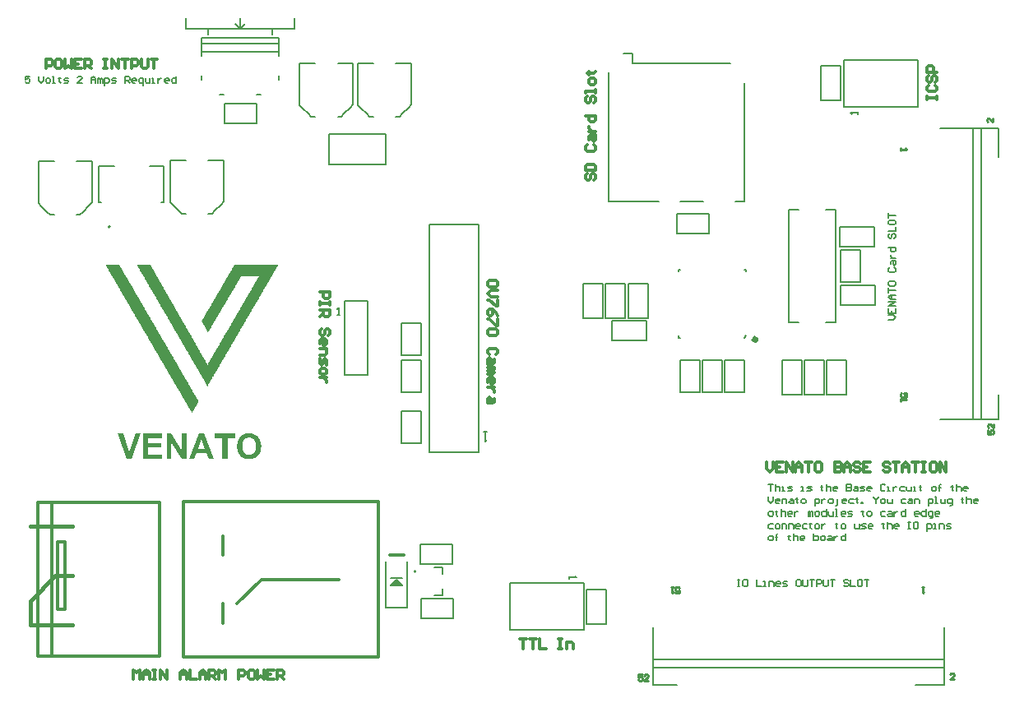
<source format=gto>
G04*
G04 #@! TF.GenerationSoftware,Altium Limited,Altium Designer,22.0.2 (36)*
G04*
G04 Layer_Color=65535*
%FSLAX44Y44*%
%MOMM*%
G71*
G04*
G04 #@! TF.SameCoordinates,FC35110A-CA5B-4856-B909-DC3729F2DC72*
G04*
G04*
G04 #@! TF.FilePolarity,Positive*
G04*
G01*
G75*
%ADD10C,0.2000*%
%ADD11C,0.5000*%
%ADD12C,0.1270*%
%ADD13C,0.4000*%
%ADD14C,0.3000*%
%ADD15C,0.2540*%
%ADD16C,0.1524*%
G36*
X125152Y441770D02*
X125861D01*
Y441534D01*
X126097D01*
Y441298D01*
X125861D01*
Y441062D01*
X126097D01*
Y440825D01*
X126333D01*
Y440589D01*
X126569D01*
Y440353D01*
X126805D01*
Y440117D01*
Y439881D01*
Y439645D01*
X127041D01*
Y439408D01*
X127277D01*
Y439172D01*
X127514D01*
Y438936D01*
X127277D01*
Y438700D01*
X127514D01*
Y438464D01*
X127750D01*
Y438228D01*
X127986D01*
Y437992D01*
Y437756D01*
Y437519D01*
X128222D01*
Y437283D01*
X128458D01*
Y437047D01*
Y436811D01*
X128694D01*
Y436575D01*
Y436339D01*
X128930D01*
Y436103D01*
X129166D01*
Y435866D01*
X129403D01*
Y435630D01*
Y435394D01*
Y435158D01*
X129639D01*
Y434922D01*
X129875D01*
Y434686D01*
Y434450D01*
X130111D01*
Y434213D01*
Y433977D01*
X130347D01*
Y433741D01*
X130583D01*
Y433505D01*
X130820D01*
Y433269D01*
X130583D01*
Y433033D01*
X130820D01*
Y432797D01*
X131056D01*
Y432561D01*
X131292D01*
Y432324D01*
X131056D01*
Y432088D01*
X131528D01*
Y431852D01*
Y431616D01*
X131764D01*
Y431380D01*
X132000D01*
Y431144D01*
X132236D01*
Y430908D01*
X132000D01*
Y430671D01*
X132236D01*
Y430435D01*
X132472D01*
Y430199D01*
X132709D01*
Y429963D01*
X132472D01*
Y429727D01*
X132709D01*
Y429491D01*
X132945D01*
Y429255D01*
X133181D01*
Y429018D01*
Y428782D01*
Y428546D01*
X133417D01*
Y428310D01*
X133653D01*
Y428074D01*
X133889D01*
Y427838D01*
Y427602D01*
Y427365D01*
X134125D01*
Y427129D01*
X134362D01*
Y426893D01*
X134598D01*
Y426657D01*
Y426421D01*
Y426185D01*
X134834D01*
Y425949D01*
X135070D01*
Y425713D01*
Y425476D01*
X135306D01*
Y425240D01*
Y425004D01*
X135542D01*
Y424768D01*
X135778D01*
Y424532D01*
X136014D01*
Y424296D01*
X135778D01*
Y424059D01*
X136014D01*
Y423823D01*
X136251D01*
Y423587D01*
X136487D01*
Y423351D01*
Y423115D01*
X136723D01*
Y422879D01*
Y422643D01*
X136959D01*
Y422407D01*
X137195D01*
Y422170D01*
X137431D01*
Y421934D01*
X137195D01*
Y421698D01*
X137431D01*
Y421462D01*
X137668D01*
Y421226D01*
X137904D01*
Y420990D01*
X137668D01*
Y420754D01*
X137904D01*
Y420517D01*
X138140D01*
Y420281D01*
X138376D01*
Y420045D01*
Y419809D01*
X138848D01*
Y419573D01*
X138612D01*
Y419337D01*
X138848D01*
Y419101D01*
X139084D01*
Y418864D01*
X139320D01*
Y418628D01*
X139084D01*
Y418392D01*
X139320D01*
Y418156D01*
X139557D01*
Y417920D01*
X139793D01*
Y417684D01*
Y417448D01*
Y417211D01*
X140029D01*
Y416975D01*
X140265D01*
Y416739D01*
Y416503D01*
X140501D01*
Y416267D01*
Y416031D01*
X140737D01*
Y415795D01*
X140974D01*
Y415559D01*
X141210D01*
Y415322D01*
X140974D01*
Y415086D01*
X141210D01*
Y414850D01*
X141446D01*
Y414614D01*
X141682D01*
Y414378D01*
X141446D01*
Y414142D01*
X141918D01*
Y413905D01*
Y413669D01*
X142154D01*
Y413433D01*
X142390D01*
Y413197D01*
X142626D01*
Y412961D01*
X142390D01*
Y412725D01*
X142626D01*
Y412489D01*
X142863D01*
Y412253D01*
X143099D01*
Y412016D01*
X142863D01*
Y411780D01*
X143099D01*
Y411544D01*
X143335D01*
Y411308D01*
X143571D01*
Y411072D01*
X143807D01*
Y410836D01*
Y410600D01*
Y410363D01*
X144043D01*
Y410127D01*
X144279D01*
Y409891D01*
X144516D01*
Y409655D01*
X144279D01*
Y409419D01*
X144516D01*
Y409183D01*
X144752D01*
Y408947D01*
X144988D01*
Y408711D01*
Y408474D01*
Y408238D01*
X145224D01*
Y408002D01*
X145460D01*
Y407766D01*
X145696D01*
Y407530D01*
Y407294D01*
Y407057D01*
X145932D01*
Y406821D01*
X146168D01*
Y406585D01*
X146405D01*
Y406349D01*
Y406113D01*
Y405877D01*
X146641D01*
Y405641D01*
X146877D01*
Y405405D01*
Y405168D01*
X147113D01*
Y404932D01*
Y404696D01*
X147349D01*
Y404460D01*
X147585D01*
Y404224D01*
X147822D01*
Y403988D01*
X147585D01*
Y403751D01*
X147822D01*
Y403515D01*
X148058D01*
Y403279D01*
X148294D01*
Y403043D01*
X148058D01*
Y402807D01*
X148530D01*
Y402571D01*
Y402335D01*
X148766D01*
Y402099D01*
X149002D01*
Y401862D01*
X149238D01*
Y401626D01*
X149002D01*
Y401390D01*
X149238D01*
Y401154D01*
X149474D01*
Y400918D01*
X149711D01*
Y400682D01*
X149474D01*
Y400446D01*
X149711D01*
Y400209D01*
X149947D01*
Y399973D01*
X150183D01*
Y399737D01*
Y399501D01*
X150419D01*
Y399265D01*
Y399029D01*
X150655D01*
Y398793D01*
X150891D01*
Y398557D01*
X151128D01*
Y398320D01*
X150891D01*
Y398084D01*
X151128D01*
Y397848D01*
X151364D01*
Y397612D01*
X151600D01*
Y397376D01*
Y397140D01*
Y396903D01*
X151836D01*
Y396667D01*
X152072D01*
Y396431D01*
Y396195D01*
X152308D01*
Y395959D01*
Y395723D01*
X152544D01*
Y395487D01*
X152780D01*
Y395251D01*
X153017D01*
Y395014D01*
Y394778D01*
Y394542D01*
X153253D01*
Y394306D01*
X153489D01*
Y394070D01*
Y393834D01*
X153725D01*
Y393597D01*
Y393361D01*
X153961D01*
Y393125D01*
X154197D01*
Y392889D01*
X154433D01*
Y392653D01*
X154197D01*
Y392417D01*
X154433D01*
Y392181D01*
X154670D01*
Y391945D01*
X154906D01*
Y391708D01*
X154670D01*
Y391472D01*
X155142D01*
Y391236D01*
Y391000D01*
X155378D01*
Y390764D01*
X155614D01*
Y390528D01*
X155850D01*
Y390292D01*
X155614D01*
Y390055D01*
X155850D01*
Y389819D01*
X156086D01*
Y389583D01*
X156322D01*
Y389347D01*
X156086D01*
Y389111D01*
X156322D01*
Y388875D01*
X156559D01*
Y388639D01*
X156795D01*
Y388402D01*
Y388166D01*
Y387930D01*
X157031D01*
Y387694D01*
X157267D01*
Y387458D01*
X157503D01*
Y387222D01*
Y386986D01*
Y386749D01*
X157739D01*
Y386513D01*
X157976D01*
Y386277D01*
X158212D01*
Y386041D01*
X157976D01*
Y385805D01*
X158212D01*
Y385569D01*
X158448D01*
Y385333D01*
X158684D01*
Y385097D01*
Y384860D01*
X158920D01*
Y384624D01*
Y384388D01*
X159156D01*
Y384152D01*
X159392D01*
Y383916D01*
X159628D01*
Y383680D01*
X159392D01*
Y383444D01*
X159628D01*
Y383207D01*
X159865D01*
Y382971D01*
X160101D01*
Y382735D01*
Y382499D01*
X160337D01*
Y382263D01*
Y382027D01*
X160573D01*
Y381791D01*
X160809D01*
Y381554D01*
X161045D01*
Y381318D01*
X160809D01*
Y381082D01*
X161045D01*
Y380846D01*
X161281D01*
Y380610D01*
X161518D01*
Y380374D01*
X161281D01*
Y380138D01*
X161518D01*
Y379902D01*
X161754D01*
Y379665D01*
X161990D01*
Y379429D01*
Y379193D01*
X162226D01*
Y378957D01*
Y378721D01*
X162462D01*
Y378485D01*
X162698D01*
Y378248D01*
X162934D01*
Y378012D01*
X162698D01*
Y377776D01*
X162934D01*
Y377540D01*
X163171D01*
Y377304D01*
X163407D01*
Y377068D01*
Y376832D01*
Y376595D01*
X163643D01*
Y376359D01*
X163879D01*
Y376123D01*
Y375887D01*
X164115D01*
Y375651D01*
Y375415D01*
X164351D01*
Y375179D01*
X164587D01*
Y374943D01*
X164823D01*
Y374706D01*
X164587D01*
Y374470D01*
X164823D01*
Y374234D01*
X165060D01*
Y373998D01*
X165296D01*
Y373762D01*
X165060D01*
Y373526D01*
X165532D01*
Y373290D01*
Y373053D01*
X165768D01*
Y372817D01*
X166004D01*
Y372581D01*
X166240D01*
Y372345D01*
X166004D01*
Y372109D01*
X166240D01*
Y371873D01*
X166476D01*
Y371637D01*
X166713D01*
Y371400D01*
X166476D01*
Y371164D01*
X166713D01*
Y370928D01*
X166949D01*
Y370692D01*
X167185D01*
Y370456D01*
X167421D01*
Y370220D01*
Y369984D01*
Y369748D01*
X167657D01*
Y369511D01*
X167893D01*
Y369275D01*
X168130D01*
Y369039D01*
X167893D01*
Y368803D01*
X168130D01*
Y368567D01*
X168366D01*
Y368331D01*
X168602D01*
Y368094D01*
Y367858D01*
Y367622D01*
X168838D01*
Y367386D01*
X169074D01*
Y367150D01*
Y366914D01*
X169310D01*
Y366678D01*
Y366441D01*
X169546D01*
Y366205D01*
X169783D01*
Y365969D01*
X170019D01*
Y365733D01*
X169783D01*
Y365497D01*
X170019D01*
Y365261D01*
X170255D01*
Y365025D01*
X170491D01*
Y364789D01*
Y364552D01*
X170727D01*
Y364316D01*
Y364080D01*
X170963D01*
Y363844D01*
X171199D01*
Y363608D01*
X171435D01*
Y363372D01*
X171199D01*
Y363136D01*
X171435D01*
Y362899D01*
X171672D01*
Y362663D01*
X171908D01*
Y362427D01*
X171672D01*
Y362191D01*
X172144D01*
Y361955D01*
Y361719D01*
X172380D01*
Y361483D01*
X172616D01*
Y361246D01*
X172852D01*
Y361010D01*
X172616D01*
Y360774D01*
X172852D01*
Y360538D01*
X173088D01*
Y360302D01*
X173325D01*
Y360066D01*
X173088D01*
Y359830D01*
X173325D01*
Y359594D01*
X173561D01*
Y359357D01*
X173797D01*
Y359121D01*
Y358885D01*
X174033D01*
Y358649D01*
Y358413D01*
X174269D01*
Y358177D01*
X174505D01*
Y357940D01*
Y357704D01*
Y357468D01*
X174741D01*
Y357232D01*
X174977D01*
Y356996D01*
X175214D01*
Y356760D01*
Y356524D01*
Y356287D01*
X175450D01*
Y356051D01*
X175686D01*
Y355815D01*
X175450D01*
Y355579D01*
X175922D01*
Y355343D01*
Y355107D01*
X176158D01*
Y354871D01*
X176394D01*
Y354635D01*
X176630D01*
Y354398D01*
X176394D01*
Y354162D01*
X176630D01*
Y353926D01*
X176867D01*
Y353690D01*
X177103D01*
Y353454D01*
Y353218D01*
X177339D01*
Y352982D01*
Y352745D01*
X177575D01*
Y352509D01*
X177811D01*
Y352273D01*
X178047D01*
Y352037D01*
X177811D01*
Y351801D01*
X178047D01*
Y351565D01*
X178284D01*
Y351329D01*
X178520D01*
Y351092D01*
X178284D01*
Y350856D01*
X178520D01*
Y350620D01*
X178756D01*
Y350384D01*
X178992D01*
Y350148D01*
Y349912D01*
X179464D01*
Y349676D01*
X179228D01*
Y349440D01*
X179464D01*
Y349203D01*
X179700D01*
Y348967D01*
X179936D01*
Y348731D01*
X179700D01*
Y348495D01*
X179936D01*
Y348259D01*
X180173D01*
Y348023D01*
X180409D01*
Y347786D01*
Y347550D01*
Y347314D01*
X180645D01*
Y347078D01*
X180881D01*
Y346842D01*
X181117D01*
Y346606D01*
Y346370D01*
Y346133D01*
X181353D01*
Y345897D01*
X181589D01*
Y345661D01*
X181826D01*
Y345425D01*
X181589D01*
Y345189D01*
X181826D01*
Y344953D01*
X182062D01*
Y344717D01*
X182298D01*
Y344481D01*
Y344244D01*
X182534D01*
Y344008D01*
Y343772D01*
X182770D01*
Y343536D01*
X183006D01*
Y343300D01*
X183242D01*
Y343064D01*
X183006D01*
Y342828D01*
X183242D01*
Y342592D01*
X183479D01*
Y342355D01*
X183715D01*
Y342119D01*
X183479D01*
Y341883D01*
X183951D01*
Y341647D01*
Y341411D01*
X184187D01*
Y341175D01*
X184423D01*
Y340938D01*
X184659D01*
Y340702D01*
X184423D01*
Y340466D01*
X184659D01*
Y340230D01*
X184895D01*
Y339994D01*
X185131D01*
Y339758D01*
X184895D01*
Y339522D01*
X185131D01*
Y339286D01*
X185368D01*
Y339049D01*
X185604D01*
Y338813D01*
Y338577D01*
X186076D01*
Y338341D01*
X185840D01*
Y338105D01*
X186076D01*
Y337869D01*
X186312D01*
Y337632D01*
X186548D01*
Y337396D01*
X186312D01*
Y337160D01*
X186548D01*
Y336924D01*
X186784D01*
Y336688D01*
X187021D01*
Y336452D01*
Y336216D01*
Y335980D01*
X187257D01*
Y335743D01*
X187493D01*
Y335507D01*
Y335271D01*
X187729D01*
Y335035D01*
Y334799D01*
X187965D01*
Y334563D01*
X188201D01*
Y334327D01*
X188437D01*
Y334090D01*
X188201D01*
Y333854D01*
X188437D01*
Y333618D01*
X188674D01*
Y333382D01*
X188910D01*
Y333146D01*
X188674D01*
Y332910D01*
X189146D01*
Y332674D01*
Y332438D01*
X189382D01*
Y332201D01*
X189618D01*
Y331965D01*
X189854D01*
Y331729D01*
X189618D01*
Y331493D01*
X189854D01*
Y331257D01*
X190090D01*
Y331021D01*
X190327D01*
Y330784D01*
X190090D01*
Y330548D01*
X190327D01*
Y330312D01*
X190563D01*
Y330076D01*
X190799D01*
Y329840D01*
Y329604D01*
X191035D01*
Y329368D01*
Y329132D01*
X191271D01*
Y328895D01*
X191507D01*
Y328659D01*
X191743D01*
Y328423D01*
X191507D01*
Y328187D01*
X191743D01*
Y327951D01*
X191980D01*
Y327715D01*
X192216D01*
Y327478D01*
Y327242D01*
Y327006D01*
X192452D01*
Y326770D01*
X192688D01*
Y326534D01*
Y326298D01*
X192924D01*
Y326062D01*
Y325826D01*
X193160D01*
Y325589D01*
X193396D01*
Y325353D01*
X193633D01*
Y325117D01*
X193396D01*
Y324881D01*
X193633D01*
Y324645D01*
X193869D01*
Y324409D01*
X194105D01*
Y324173D01*
Y323937D01*
X194341D01*
Y323700D01*
Y323464D01*
X194577D01*
Y323228D01*
X194813D01*
Y322992D01*
X195049D01*
Y322756D01*
X194813D01*
Y322520D01*
X195049D01*
Y322284D01*
X195285D01*
Y322047D01*
X195522D01*
Y321811D01*
X195285D01*
Y321575D01*
X195758D01*
Y321339D01*
Y321103D01*
X195994D01*
Y320867D01*
X196230D01*
Y320630D01*
X196466D01*
Y320394D01*
X196230D01*
Y320158D01*
X196466D01*
Y319922D01*
X196702D01*
Y319686D01*
X196938D01*
Y319450D01*
X196702D01*
Y319214D01*
X196938D01*
Y318978D01*
X197175D01*
Y318741D01*
X197411D01*
Y318505D01*
Y318269D01*
Y318033D01*
X197647D01*
Y317797D01*
X197883D01*
Y317561D01*
X198119D01*
Y317325D01*
Y317088D01*
Y316852D01*
X198355D01*
Y316616D01*
X198591D01*
Y316380D01*
X198828D01*
Y316144D01*
X198591D01*
Y315908D01*
X198828D01*
Y315672D01*
X199064D01*
Y315435D01*
X199300D01*
Y315199D01*
X199064D01*
Y314963D01*
X199536D01*
Y314727D01*
Y314491D01*
X199772D01*
Y314255D01*
X200008D01*
Y314019D01*
X200244D01*
Y313783D01*
X200008D01*
Y313546D01*
X200244D01*
Y313310D01*
X200480D01*
Y313074D01*
X200717D01*
Y312838D01*
X200480D01*
Y312602D01*
X200953D01*
Y312366D01*
Y312129D01*
X201189D01*
Y311893D01*
X201425D01*
Y311657D01*
X201661D01*
Y311421D01*
X201425D01*
Y311185D01*
X201661D01*
Y310949D01*
X201897D01*
Y310713D01*
X202134D01*
Y310476D01*
X201897D01*
Y310240D01*
X202134D01*
Y310004D01*
X202370D01*
Y309768D01*
X202606D01*
Y309532D01*
Y309296D01*
X203078D01*
Y309060D01*
X202842D01*
Y308824D01*
X203078D01*
Y308587D01*
X203314D01*
Y308351D01*
X203550D01*
Y308115D01*
X203314D01*
Y307879D01*
X203550D01*
Y307643D01*
X203787D01*
Y307407D01*
X204023D01*
Y307171D01*
Y306934D01*
Y306698D01*
X204259D01*
Y306462D01*
X204495D01*
Y306226D01*
Y305990D01*
X204731D01*
Y305754D01*
Y305518D01*
X204967D01*
Y305282D01*
X205203D01*
Y305045D01*
X205439D01*
Y304809D01*
X205203D01*
Y304573D01*
X205439D01*
Y304337D01*
X205676D01*
Y304101D01*
X205912D01*
Y303865D01*
X205676D01*
Y303629D01*
X206148D01*
Y303392D01*
Y303156D01*
X206384D01*
Y302920D01*
X206620D01*
Y302684D01*
X206856D01*
Y302448D01*
X206620D01*
Y302212D01*
X206856D01*
Y301975D01*
X207092D01*
Y301739D01*
X207329D01*
Y301503D01*
X207092D01*
Y301267D01*
X207329D01*
Y301031D01*
X207565D01*
Y300795D01*
X207329D01*
Y300559D01*
X207092D01*
Y300322D01*
X206856D01*
Y300086D01*
X206620D01*
Y299850D01*
X206856D01*
Y299614D01*
X206620D01*
Y299378D01*
X206384D01*
Y299142D01*
X206148D01*
Y298906D01*
X206384D01*
Y298670D01*
X206148D01*
Y298433D01*
X205912D01*
Y298197D01*
X205676D01*
Y297961D01*
X205439D01*
Y297725D01*
X205203D01*
Y297489D01*
X205439D01*
Y297253D01*
X205203D01*
Y297017D01*
X204967D01*
Y296780D01*
X204731D01*
Y296544D01*
Y296308D01*
Y296072D01*
X204495D01*
Y295836D01*
X204259D01*
Y295600D01*
X204023D01*
Y295364D01*
X203787D01*
Y295128D01*
X204023D01*
Y294891D01*
X203787D01*
Y294655D01*
X203550D01*
Y294419D01*
X203314D01*
Y294183D01*
X203550D01*
Y293947D01*
X203314D01*
Y293711D01*
X203078D01*
Y293475D01*
X202842D01*
Y293238D01*
Y293002D01*
X202606D01*
Y292766D01*
Y292530D01*
X202370D01*
Y292294D01*
X202134D01*
Y292058D01*
X201897D01*
Y291821D01*
Y291585D01*
Y291349D01*
X201661D01*
Y291113D01*
X201425D01*
Y290877D01*
X201189D01*
Y290641D01*
X200953D01*
Y290405D01*
X201189D01*
Y290169D01*
X200953D01*
Y289932D01*
X200717D01*
Y289696D01*
X200480D01*
Y289460D01*
X200717D01*
Y289224D01*
X200480D01*
Y289460D01*
X200244D01*
Y289696D01*
X200008D01*
Y289932D01*
X200244D01*
Y290169D01*
X200008D01*
Y290405D01*
X199772D01*
Y290641D01*
X199536D01*
Y290877D01*
X199772D01*
Y291113D01*
X199300D01*
Y291349D01*
Y291585D01*
X199064D01*
Y291821D01*
X198828D01*
Y292058D01*
Y292294D01*
Y292530D01*
X198591D01*
Y292766D01*
X198355D01*
Y293002D01*
X198119D01*
Y293238D01*
X198355D01*
Y293475D01*
X198119D01*
Y293711D01*
X197883D01*
Y293947D01*
X197647D01*
Y294183D01*
Y294419D01*
X197411D01*
Y294655D01*
Y294891D01*
X197175D01*
Y295128D01*
X196938D01*
Y295364D01*
X196702D01*
Y295600D01*
X196938D01*
Y295836D01*
X196702D01*
Y296072D01*
X196466D01*
Y296308D01*
X196230D01*
Y296544D01*
Y296780D01*
Y297017D01*
X195994D01*
Y297253D01*
X195758D01*
Y297489D01*
X195522D01*
Y297725D01*
X195285D01*
Y297961D01*
X195522D01*
Y298197D01*
X195285D01*
Y298433D01*
X195049D01*
Y298670D01*
X194813D01*
Y298906D01*
X195049D01*
Y299142D01*
X194813D01*
Y299378D01*
X194577D01*
Y299614D01*
X194341D01*
Y299850D01*
X194577D01*
Y300086D01*
X194105D01*
Y300322D01*
Y300559D01*
X193869D01*
Y300795D01*
X193633D01*
Y301031D01*
X193396D01*
Y301267D01*
X193633D01*
Y301503D01*
X193396D01*
Y301739D01*
X193160D01*
Y301975D01*
X192924D01*
Y302212D01*
Y302448D01*
X192688D01*
Y302684D01*
Y302920D01*
X192452D01*
Y303156D01*
X192216D01*
Y303392D01*
Y303629D01*
Y303865D01*
X191980D01*
Y304101D01*
X191743D01*
Y304337D01*
X191507D01*
Y304573D01*
X191743D01*
Y304809D01*
X191507D01*
Y305045D01*
X191271D01*
Y305282D01*
X191035D01*
Y305518D01*
Y305754D01*
X190799D01*
Y305990D01*
Y306226D01*
X190563D01*
Y306462D01*
X190327D01*
Y306698D01*
X190090D01*
Y306934D01*
X190327D01*
Y307171D01*
X190090D01*
Y307407D01*
X189854D01*
Y307643D01*
X189618D01*
Y307879D01*
Y308115D01*
Y308351D01*
X189382D01*
Y308587D01*
X189146D01*
Y308824D01*
X188910D01*
Y309060D01*
X188674D01*
Y309296D01*
X188910D01*
Y309532D01*
X188674D01*
Y309768D01*
X188437D01*
Y310004D01*
X188201D01*
Y310240D01*
X188437D01*
Y310476D01*
X188201D01*
Y310713D01*
X187965D01*
Y310949D01*
X187729D01*
Y311185D01*
X187965D01*
Y311421D01*
X187493D01*
Y311657D01*
Y311893D01*
X187257D01*
Y312129D01*
X187021D01*
Y312366D01*
Y312602D01*
Y312838D01*
X186784D01*
Y313074D01*
X186548D01*
Y313310D01*
X186312D01*
Y313546D01*
X186548D01*
Y313783D01*
X186076D01*
Y314019D01*
Y314255D01*
X185840D01*
Y314491D01*
Y314727D01*
X185604D01*
Y314963D01*
Y315199D01*
X185368D01*
Y315435D01*
X185131D01*
Y315672D01*
X184895D01*
Y315908D01*
X185131D01*
Y316144D01*
X184895D01*
Y316380D01*
X184659D01*
Y316616D01*
X184423D01*
Y316852D01*
Y317088D01*
Y317325D01*
X184187D01*
Y317561D01*
X183951D01*
Y317797D01*
X183715D01*
Y318033D01*
X183479D01*
Y318269D01*
X183715D01*
Y318505D01*
X183479D01*
Y318741D01*
X183242D01*
Y318978D01*
X183006D01*
Y319214D01*
Y319450D01*
Y319686D01*
X182770D01*
Y319922D01*
X182534D01*
Y320158D01*
X182298D01*
Y320394D01*
X182062D01*
Y320630D01*
X182298D01*
Y320867D01*
X182062D01*
Y321103D01*
X181826D01*
Y321339D01*
X181589D01*
Y321575D01*
X181826D01*
Y321811D01*
X181589D01*
Y322047D01*
X181353D01*
Y322284D01*
X181117D01*
Y322520D01*
Y322756D01*
X180881D01*
Y322992D01*
Y323228D01*
X180645D01*
Y323464D01*
X180409D01*
Y323700D01*
Y323937D01*
Y324173D01*
X180173D01*
Y324409D01*
X179936D01*
Y324645D01*
X179700D01*
Y324881D01*
X179936D01*
Y325117D01*
X179464D01*
Y325353D01*
Y325589D01*
X179228D01*
Y325826D01*
Y326062D01*
X178992D01*
Y326298D01*
Y326534D01*
X178756D01*
Y326770D01*
X178520D01*
Y327006D01*
X178284D01*
Y327242D01*
X178520D01*
Y327478D01*
X178284D01*
Y327715D01*
X178047D01*
Y327951D01*
X177811D01*
Y328187D01*
Y328423D01*
Y328659D01*
X177575D01*
Y328895D01*
X177339D01*
Y329132D01*
X177103D01*
Y329368D01*
X176867D01*
Y329604D01*
X177103D01*
Y329840D01*
X176867D01*
Y330076D01*
X176630D01*
Y330312D01*
X176394D01*
Y330548D01*
Y330784D01*
Y331021D01*
X176158D01*
Y331257D01*
X175922D01*
Y331493D01*
X175686D01*
Y331729D01*
X175450D01*
Y331965D01*
X175686D01*
Y332201D01*
X175450D01*
Y332438D01*
X175214D01*
Y332674D01*
X174977D01*
Y332910D01*
X175214D01*
Y333146D01*
X174977D01*
Y333382D01*
X174741D01*
Y333618D01*
X174505D01*
Y333854D01*
X174741D01*
Y334090D01*
X174269D01*
Y334327D01*
Y334563D01*
X174033D01*
Y334799D01*
Y335035D01*
X173797D01*
Y335271D01*
Y335507D01*
X173561D01*
Y335743D01*
X173325D01*
Y335980D01*
X173088D01*
Y336216D01*
X173325D01*
Y336452D01*
X172852D01*
Y336688D01*
Y336924D01*
X172616D01*
Y337160D01*
Y337396D01*
X172380D01*
Y337632D01*
Y337869D01*
X172144D01*
Y338105D01*
X171908D01*
Y338341D01*
X171672D01*
Y338577D01*
X171908D01*
Y338813D01*
X171672D01*
Y339049D01*
X171435D01*
Y339286D01*
X171199D01*
Y339522D01*
Y339758D01*
Y339994D01*
X170963D01*
Y340230D01*
X170727D01*
Y340466D01*
X170491D01*
Y340702D01*
X170255D01*
Y340938D01*
X170491D01*
Y341175D01*
X170255D01*
Y341411D01*
X170019D01*
Y341647D01*
X169783D01*
Y341883D01*
Y342119D01*
Y342355D01*
X169546D01*
Y342592D01*
X169310D01*
Y342828D01*
X169074D01*
Y343064D01*
X168838D01*
Y343300D01*
X169074D01*
Y343536D01*
X168838D01*
Y343772D01*
X168602D01*
Y344008D01*
X168366D01*
Y344244D01*
X168602D01*
Y344481D01*
X168366D01*
Y344717D01*
X168130D01*
Y344953D01*
X167893D01*
Y345189D01*
X168130D01*
Y345425D01*
X167657D01*
Y345661D01*
Y345897D01*
X167421D01*
Y346133D01*
Y346370D01*
X167185D01*
Y346606D01*
Y346842D01*
X166949D01*
Y347078D01*
X166713D01*
Y347314D01*
X166476D01*
Y347550D01*
X166713D01*
Y347786D01*
X166476D01*
Y348023D01*
X166240D01*
Y348259D01*
X166004D01*
Y348495D01*
Y348731D01*
X165768D01*
Y348967D01*
Y349203D01*
X165532D01*
Y349440D01*
X165296D01*
Y349676D01*
X165060D01*
Y349912D01*
X165296D01*
Y350148D01*
X165060D01*
Y350384D01*
X164823D01*
Y350620D01*
X164587D01*
Y350856D01*
Y351092D01*
Y351329D01*
X164351D01*
Y351565D01*
X164115D01*
Y351801D01*
X163879D01*
Y352037D01*
X163643D01*
Y352273D01*
X163879D01*
Y352509D01*
X163643D01*
Y352745D01*
X163407D01*
Y352982D01*
X163171D01*
Y353218D01*
Y353454D01*
Y353690D01*
X162934D01*
Y353926D01*
X162698D01*
Y354162D01*
Y354398D01*
X162226D01*
Y354635D01*
X162462D01*
Y354871D01*
X162226D01*
Y355107D01*
X161990D01*
Y355343D01*
X161754D01*
Y355579D01*
X161990D01*
Y355815D01*
X161754D01*
Y356051D01*
X161518D01*
Y356287D01*
X161281D01*
Y356524D01*
X161518D01*
Y356760D01*
X161045D01*
Y356996D01*
Y357232D01*
X160809D01*
Y357468D01*
Y357704D01*
X160573D01*
Y357940D01*
Y358177D01*
X160337D01*
Y358413D01*
X160101D01*
Y358649D01*
X159865D01*
Y358885D01*
X160101D01*
Y359121D01*
X159865D01*
Y359357D01*
X159628D01*
Y359594D01*
X159392D01*
Y359830D01*
Y360066D01*
X159156D01*
Y360302D01*
Y360538D01*
X158920D01*
Y360774D01*
X158684D01*
Y361010D01*
X158448D01*
Y361246D01*
X158684D01*
Y361483D01*
X158448D01*
Y361719D01*
X158212D01*
Y361955D01*
X157976D01*
Y362191D01*
Y362427D01*
Y362663D01*
X157739D01*
Y362899D01*
X157503D01*
Y363136D01*
X157267D01*
Y363372D01*
X157031D01*
Y363608D01*
X157267D01*
Y363844D01*
X157031D01*
Y364080D01*
X156795D01*
Y364316D01*
X156559D01*
Y364552D01*
Y364789D01*
Y365025D01*
X156322D01*
Y365261D01*
X156086D01*
Y365497D01*
Y365733D01*
X155614D01*
Y365969D01*
X155850D01*
Y366205D01*
X155614D01*
Y366441D01*
X155378D01*
Y366678D01*
X155142D01*
Y366914D01*
X155378D01*
Y367150D01*
X155142D01*
Y367386D01*
X154906D01*
Y367622D01*
X154670D01*
Y367858D01*
X154906D01*
Y368094D01*
X154433D01*
Y368331D01*
Y368567D01*
X154197D01*
Y368803D01*
Y369039D01*
X153961D01*
Y369275D01*
Y369511D01*
X153725D01*
Y369748D01*
X153489D01*
Y369984D01*
X153253D01*
Y370220D01*
X153489D01*
Y370456D01*
X153253D01*
Y370692D01*
X153017D01*
Y370928D01*
X152780D01*
Y371164D01*
Y371400D01*
X152544D01*
Y371637D01*
Y371873D01*
X152308D01*
Y372109D01*
X152072D01*
Y372345D01*
X151836D01*
Y372581D01*
X152072D01*
Y372817D01*
X151836D01*
Y373053D01*
X151600D01*
Y373290D01*
X151364D01*
Y373526D01*
Y373762D01*
Y373998D01*
X151128D01*
Y374234D01*
X150891D01*
Y374470D01*
X150655D01*
Y374706D01*
X150419D01*
Y374943D01*
X150655D01*
Y375179D01*
X150419D01*
Y375415D01*
X150183D01*
Y375651D01*
X149947D01*
Y375887D01*
X150183D01*
Y376123D01*
X149947D01*
Y376359D01*
X149711D01*
Y376595D01*
X149474D01*
Y376832D01*
Y377068D01*
X149238D01*
Y377304D01*
Y377540D01*
X149002D01*
Y377776D01*
X148766D01*
Y378012D01*
X148530D01*
Y378248D01*
X148766D01*
Y378485D01*
X148530D01*
Y378721D01*
X148294D01*
Y378957D01*
X148058D01*
Y379193D01*
X148294D01*
Y379429D01*
X147822D01*
Y379665D01*
Y379902D01*
X147585D01*
Y380138D01*
Y380374D01*
X147349D01*
Y380610D01*
Y380846D01*
X147113D01*
Y381082D01*
X146877D01*
Y381318D01*
X146641D01*
Y381554D01*
X146877D01*
Y381791D01*
X146641D01*
Y382027D01*
X146405D01*
Y382263D01*
X146168D01*
Y382499D01*
Y382735D01*
X145932D01*
Y382971D01*
Y383207D01*
X145696D01*
Y383444D01*
X145460D01*
Y383680D01*
X145224D01*
Y383916D01*
X145460D01*
Y384152D01*
X145224D01*
Y384388D01*
X144988D01*
Y384624D01*
X144752D01*
Y384860D01*
X144988D01*
Y385097D01*
X144752D01*
Y385333D01*
X144516D01*
Y385569D01*
X144279D01*
Y385805D01*
Y386041D01*
X144043D01*
Y386277D01*
Y386513D01*
X143807D01*
Y386749D01*
X143571D01*
Y386986D01*
X143335D01*
Y387222D01*
X143571D01*
Y387458D01*
X143335D01*
Y387694D01*
X143099D01*
Y387930D01*
X142863D01*
Y388166D01*
Y388402D01*
X142390D01*
Y388639D01*
X142626D01*
Y388875D01*
X142390D01*
Y389111D01*
X142154D01*
Y389347D01*
X141918D01*
Y389583D01*
X142154D01*
Y389819D01*
X141918D01*
Y390055D01*
X141682D01*
Y390292D01*
X141446D01*
Y390528D01*
X141682D01*
Y390764D01*
X141446D01*
Y391000D01*
X141210D01*
Y391236D01*
X140974D01*
Y391472D01*
Y391708D01*
X140737D01*
Y391945D01*
Y392181D01*
X140501D01*
Y392417D01*
X140265D01*
Y392653D01*
X140029D01*
Y392889D01*
X140265D01*
Y393125D01*
X140029D01*
Y393361D01*
X139793D01*
Y393597D01*
X139557D01*
Y393834D01*
Y394070D01*
X139320D01*
Y394306D01*
Y394542D01*
X139084D01*
Y394778D01*
X138848D01*
Y395014D01*
X138612D01*
Y395251D01*
X138848D01*
Y395487D01*
X138612D01*
Y395723D01*
X138376D01*
Y395959D01*
X138140D01*
Y396195D01*
Y396431D01*
Y396667D01*
X137904D01*
Y396903D01*
X137668D01*
Y397140D01*
X137904D01*
Y397376D01*
X137195D01*
Y397612D01*
X137431D01*
Y397848D01*
X137195D01*
Y398084D01*
X136959D01*
Y398320D01*
X136723D01*
Y398557D01*
X136959D01*
Y398793D01*
X136723D01*
Y399029D01*
X136487D01*
Y399265D01*
X136251D01*
Y399501D01*
X136487D01*
Y399737D01*
X136014D01*
Y399973D01*
Y400209D01*
X135778D01*
Y400446D01*
X135542D01*
Y400682D01*
Y400918D01*
Y401154D01*
X135306D01*
Y401390D01*
X135070D01*
Y401626D01*
X134834D01*
Y401862D01*
X135070D01*
Y402099D01*
X134834D01*
Y402335D01*
X134598D01*
Y402571D01*
X134362D01*
Y402807D01*
Y403043D01*
X134125D01*
Y403279D01*
Y403515D01*
X133889D01*
Y403751D01*
X133653D01*
Y403988D01*
X133417D01*
Y404224D01*
X133653D01*
Y404460D01*
X133417D01*
Y404696D01*
X133181D01*
Y404932D01*
X132945D01*
Y405168D01*
Y405405D01*
Y405641D01*
X132709D01*
Y405877D01*
X132472D01*
Y406113D01*
X132236D01*
Y406349D01*
X132000D01*
Y406585D01*
X132236D01*
Y406821D01*
X132000D01*
Y407057D01*
X131764D01*
Y407294D01*
X131528D01*
Y407530D01*
X131764D01*
Y407766D01*
X131528D01*
Y408002D01*
X131292D01*
Y408238D01*
X131056D01*
Y408474D01*
Y408711D01*
X130820D01*
Y408947D01*
Y409183D01*
X130583D01*
Y409419D01*
X130347D01*
Y409655D01*
X130111D01*
Y409891D01*
X130347D01*
Y410127D01*
X130111D01*
Y410363D01*
X129875D01*
Y410600D01*
X129639D01*
Y410836D01*
Y411072D01*
X129403D01*
Y411308D01*
Y411544D01*
X129166D01*
Y411780D01*
X128930D01*
Y412016D01*
Y412253D01*
Y412489D01*
X128694D01*
Y412725D01*
X128458D01*
Y412961D01*
X128222D01*
Y413197D01*
X128458D01*
Y413433D01*
X128222D01*
Y413669D01*
X127986D01*
Y413905D01*
X127750D01*
Y414142D01*
Y414378D01*
X127514D01*
Y414614D01*
Y414850D01*
X127277D01*
Y415086D01*
X127041D01*
Y415322D01*
X126805D01*
Y415559D01*
X127041D01*
Y415795D01*
X126805D01*
Y416031D01*
X126569D01*
Y416267D01*
X126333D01*
Y416503D01*
Y416739D01*
Y416975D01*
X126097D01*
Y417211D01*
X125861D01*
Y417448D01*
X125624D01*
Y417684D01*
X125388D01*
Y417920D01*
X125624D01*
Y418156D01*
X125388D01*
Y418392D01*
X125152D01*
Y418628D01*
X124916D01*
Y418864D01*
X125152D01*
Y419101D01*
X124916D01*
Y419337D01*
X124680D01*
Y419573D01*
X124444D01*
Y419809D01*
X124680D01*
Y420045D01*
X124208D01*
Y420281D01*
Y420517D01*
X123971D01*
Y420754D01*
X123735D01*
Y420990D01*
Y421226D01*
Y421462D01*
X123499D01*
Y421698D01*
X123263D01*
Y421934D01*
X123027D01*
Y422170D01*
X123263D01*
Y422407D01*
X122791D01*
Y422643D01*
Y422879D01*
X122555D01*
Y423115D01*
Y423351D01*
X122318D01*
Y423587D01*
Y423823D01*
X122082D01*
Y424059D01*
X121846D01*
Y424296D01*
X121610D01*
Y424532D01*
X121846D01*
Y424768D01*
X121610D01*
Y425004D01*
X121374D01*
Y425240D01*
X121138D01*
Y425476D01*
Y425713D01*
Y425949D01*
X120902D01*
Y426185D01*
X120666D01*
Y426421D01*
X120429D01*
Y426657D01*
X120193D01*
Y426893D01*
X120429D01*
Y427129D01*
X120193D01*
Y427365D01*
X119957D01*
Y427602D01*
X119721D01*
Y427838D01*
Y428074D01*
Y428310D01*
X119485D01*
Y428546D01*
X119249D01*
Y428782D01*
X119012D01*
Y429018D01*
X118776D01*
Y429255D01*
X119012D01*
Y429491D01*
X118776D01*
Y429727D01*
X118540D01*
Y429963D01*
X118304D01*
Y430199D01*
X118540D01*
Y430435D01*
X118304D01*
Y430671D01*
X118068D01*
Y430908D01*
X117832D01*
Y431144D01*
Y431380D01*
X117596D01*
Y431616D01*
Y431852D01*
X117360D01*
Y432088D01*
X117123D01*
Y432324D01*
X116887D01*
Y432561D01*
X117123D01*
Y432797D01*
X116887D01*
Y433033D01*
X116651D01*
Y433269D01*
X116415D01*
Y433505D01*
X116651D01*
Y433741D01*
X116179D01*
Y433977D01*
Y434213D01*
X115943D01*
Y434450D01*
X115707D01*
Y434686D01*
Y434922D01*
Y435158D01*
X115470D01*
Y435394D01*
X115234D01*
Y435630D01*
X114998D01*
Y435866D01*
X115234D01*
Y436103D01*
X114998D01*
Y436339D01*
X114762D01*
Y436575D01*
X114526D01*
Y436811D01*
Y437047D01*
Y437283D01*
X114290D01*
Y437519D01*
X114054D01*
Y437756D01*
X113818D01*
Y437992D01*
X113581D01*
Y438228D01*
X113818D01*
Y438464D01*
X113581D01*
Y438700D01*
X113345D01*
Y438936D01*
X113109D01*
Y439172D01*
Y439408D01*
Y439645D01*
X112873D01*
Y439881D01*
X112637D01*
Y440117D01*
X112401D01*
Y440353D01*
X112164D01*
Y440589D01*
X112401D01*
Y440825D01*
X112164D01*
Y441062D01*
X111928D01*
Y441298D01*
X111692D01*
Y441534D01*
X111928D01*
Y441770D01*
X111692D01*
Y442006D01*
X114290D01*
Y441770D01*
X114526D01*
Y442006D01*
X115234D01*
Y441770D01*
X115470D01*
Y442006D01*
X116179D01*
Y441770D01*
X116415D01*
Y442006D01*
X116651D01*
Y441770D01*
X116887D01*
Y442006D01*
X117123D01*
Y441770D01*
X117360D01*
Y442006D01*
X117596D01*
Y441770D01*
X117832D01*
Y442006D01*
X118068D01*
Y441770D01*
X118304D01*
Y442006D01*
X118540D01*
Y441770D01*
X118776D01*
Y442006D01*
X119012D01*
Y441770D01*
X119249D01*
Y442006D01*
X119485D01*
Y441770D01*
X119721D01*
Y442006D01*
X119957D01*
Y441770D01*
X120193D01*
Y442006D01*
X120429D01*
Y441770D01*
X120666D01*
Y442006D01*
X120902D01*
Y441770D01*
X121138D01*
Y442006D01*
X121374D01*
Y441770D01*
X121610D01*
Y442006D01*
X121846D01*
Y441770D01*
X122082D01*
Y442006D01*
X122318D01*
Y441770D01*
X122555D01*
Y442006D01*
X122791D01*
Y441770D01*
X123027D01*
Y442006D01*
X123263D01*
Y441770D01*
X123499D01*
Y442006D01*
X123735D01*
Y441770D01*
X123971D01*
Y442006D01*
X124208D01*
Y441770D01*
X124916D01*
Y442006D01*
X125152D01*
Y441770D01*
D02*
G37*
G36*
X289505D02*
X289269D01*
Y441534D01*
X289033D01*
Y441298D01*
X288797D01*
Y441062D01*
X289033D01*
Y440825D01*
X288797D01*
Y440589D01*
X288561D01*
Y440353D01*
X288324D01*
Y440117D01*
Y439881D01*
X288088D01*
Y439645D01*
Y439408D01*
X287852D01*
Y439172D01*
X287616D01*
Y438936D01*
Y438700D01*
Y438464D01*
X287380D01*
Y438228D01*
X287144D01*
Y437992D01*
X286908D01*
Y437756D01*
X287144D01*
Y437519D01*
X286908D01*
Y437283D01*
X286671D01*
Y437047D01*
X286435D01*
Y436811D01*
Y436575D01*
X286199D01*
Y436339D01*
Y436103D01*
X285963D01*
Y435866D01*
X285727D01*
Y435630D01*
X285491D01*
Y435394D01*
X285727D01*
Y435158D01*
X285491D01*
Y434922D01*
X285254D01*
Y434686D01*
X285018D01*
Y434450D01*
Y434213D01*
X284782D01*
Y433977D01*
Y433741D01*
X284546D01*
Y433505D01*
X284310D01*
Y433269D01*
X284074D01*
Y433033D01*
X284310D01*
Y432797D01*
X284074D01*
Y432561D01*
X283838D01*
Y432324D01*
X283602D01*
Y432088D01*
X283838D01*
Y431852D01*
X283602D01*
Y431616D01*
X283365D01*
Y431380D01*
X283129D01*
Y431144D01*
X283365D01*
Y430908D01*
X282893D01*
Y430671D01*
Y430435D01*
X282657D01*
Y430199D01*
X282421D01*
Y429963D01*
X282185D01*
Y429727D01*
X282421D01*
Y429491D01*
X282185D01*
Y429255D01*
X281949D01*
Y429018D01*
X281712D01*
Y428782D01*
X281949D01*
Y428546D01*
X281476D01*
Y428310D01*
Y428074D01*
X281240D01*
Y427838D01*
X281004D01*
Y427602D01*
Y427365D01*
Y427129D01*
X280768D01*
Y426893D01*
X280532D01*
Y426657D01*
X280296D01*
Y426421D01*
X280532D01*
Y426185D01*
X280296D01*
Y425949D01*
X280060D01*
Y425713D01*
X279823D01*
Y425476D01*
Y425240D01*
X279587D01*
Y425004D01*
Y424768D01*
X279351D01*
Y424532D01*
X279115D01*
Y424296D01*
X278879D01*
Y424059D01*
X279115D01*
Y423823D01*
X278879D01*
Y423587D01*
X278643D01*
Y423351D01*
X278407D01*
Y423115D01*
Y422879D01*
X278170D01*
Y422643D01*
Y422407D01*
X277934D01*
Y422170D01*
X277698D01*
Y421934D01*
X277462D01*
Y421698D01*
X277698D01*
Y421462D01*
X277462D01*
Y421226D01*
X277226D01*
Y420990D01*
X276990D01*
Y420754D01*
X277226D01*
Y420517D01*
X276990D01*
Y420281D01*
X276754D01*
Y420045D01*
X276517D01*
Y419809D01*
Y419573D01*
X276281D01*
Y419337D01*
Y419101D01*
X276045D01*
Y418864D01*
X275809D01*
Y418628D01*
X275573D01*
Y418392D01*
X275809D01*
Y418156D01*
X275573D01*
Y417920D01*
X275337D01*
Y417684D01*
X275100D01*
Y417448D01*
Y417211D01*
X274864D01*
Y416975D01*
Y416739D01*
X274628D01*
Y416503D01*
X274392D01*
Y416267D01*
X274156D01*
Y416031D01*
X274392D01*
Y415795D01*
X274156D01*
Y415559D01*
X273920D01*
Y415322D01*
X273684D01*
Y415086D01*
X273920D01*
Y414850D01*
X273684D01*
Y414614D01*
X273448D01*
Y414378D01*
X273211D01*
Y414142D01*
Y413905D01*
X272975D01*
Y413669D01*
Y413433D01*
X272739D01*
Y413197D01*
X272503D01*
Y412961D01*
X272267D01*
Y412725D01*
X272503D01*
Y412489D01*
X272267D01*
Y412253D01*
X272031D01*
Y412016D01*
X271795D01*
Y411780D01*
Y411544D01*
X271558D01*
Y411308D01*
Y411072D01*
X271322D01*
Y410836D01*
X271086D01*
Y410600D01*
X270850D01*
Y410363D01*
X271086D01*
Y410127D01*
X270850D01*
Y409891D01*
X270614D01*
Y409655D01*
X270378D01*
Y409419D01*
Y409183D01*
Y408947D01*
X270142D01*
Y408711D01*
X269905D01*
Y408474D01*
X270142D01*
Y408238D01*
X269905D01*
Y408474D01*
X269669D01*
Y408238D01*
X269433D01*
Y408002D01*
X269669D01*
Y407766D01*
X269433D01*
Y407530D01*
X269197D01*
Y407294D01*
X268961D01*
Y407057D01*
X269197D01*
Y406821D01*
X268961D01*
Y406585D01*
X268725D01*
Y406349D01*
X268489D01*
Y406113D01*
Y405877D01*
X268253D01*
Y405641D01*
Y405405D01*
X268016D01*
Y405168D01*
X267780D01*
Y404932D01*
X267544D01*
Y404696D01*
X267780D01*
Y404460D01*
X267544D01*
Y404224D01*
X267308D01*
Y403988D01*
X267072D01*
Y403751D01*
X267308D01*
Y403515D01*
X266836D01*
Y403279D01*
Y403043D01*
X266600D01*
Y402807D01*
Y402571D01*
X266363D01*
Y402335D01*
Y402099D01*
X266127D01*
Y401862D01*
X265891D01*
Y401626D01*
X265655D01*
Y401390D01*
X265891D01*
Y401154D01*
X265655D01*
Y400918D01*
X265419D01*
Y400682D01*
X265183D01*
Y400446D01*
Y400209D01*
X264947D01*
Y399973D01*
Y399737D01*
X264710D01*
Y399501D01*
X264474D01*
Y399265D01*
X264238D01*
Y399029D01*
X264474D01*
Y398793D01*
X264238D01*
Y398557D01*
X264002D01*
Y398320D01*
X263766D01*
Y398084D01*
Y397848D01*
Y397612D01*
X263530D01*
Y397376D01*
X263294D01*
Y397140D01*
X263057D01*
Y396903D01*
X262821D01*
Y396667D01*
X263057D01*
Y396431D01*
X262821D01*
Y396195D01*
X262585D01*
Y395959D01*
X262349D01*
Y395723D01*
Y395487D01*
Y395251D01*
X262113D01*
Y395014D01*
X261877D01*
Y394778D01*
Y394542D01*
X261404D01*
Y394306D01*
X261641D01*
Y394070D01*
X261404D01*
Y393834D01*
X261168D01*
Y393597D01*
X260932D01*
Y393361D01*
X261168D01*
Y393125D01*
X260932D01*
Y392889D01*
X260696D01*
Y392653D01*
X260460D01*
Y392417D01*
X260696D01*
Y392181D01*
X260460D01*
Y391945D01*
X260224D01*
Y391708D01*
X259988D01*
Y391472D01*
Y391236D01*
X259751D01*
Y391000D01*
Y390764D01*
X259515D01*
Y390528D01*
X259279D01*
Y390292D01*
X259043D01*
Y390055D01*
X259279D01*
Y389819D01*
X259043D01*
Y389583D01*
X258807D01*
Y389347D01*
X258571D01*
Y389111D01*
Y388875D01*
X258335D01*
Y388639D01*
Y388402D01*
X258099D01*
Y388166D01*
X257862D01*
Y387930D01*
X257626D01*
Y387694D01*
X257862D01*
Y387458D01*
X257626D01*
Y387222D01*
X257390D01*
Y386986D01*
X257154D01*
Y386749D01*
Y386513D01*
Y386277D01*
X256918D01*
Y386041D01*
X256682D01*
Y385805D01*
X256446D01*
Y385569D01*
X256209D01*
Y385333D01*
X256446D01*
Y385097D01*
X256209D01*
Y384860D01*
X255973D01*
Y384624D01*
X255737D01*
Y384388D01*
Y384152D01*
Y383916D01*
X255501D01*
Y383680D01*
X255265D01*
Y383444D01*
Y383207D01*
X254793D01*
Y382971D01*
X255029D01*
Y382735D01*
X254793D01*
Y382499D01*
X254556D01*
Y382263D01*
X254320D01*
Y382027D01*
X254556D01*
Y381791D01*
X254320D01*
Y381554D01*
X254084D01*
Y381318D01*
X253848D01*
Y381082D01*
X254084D01*
Y380846D01*
X253612D01*
Y380610D01*
Y380374D01*
X253376D01*
Y380138D01*
Y379902D01*
X253140D01*
Y379665D01*
Y379429D01*
X252903D01*
Y379193D01*
X252667D01*
Y378957D01*
X252431D01*
Y378721D01*
X252667D01*
Y378485D01*
X252431D01*
Y378248D01*
X252195D01*
Y378012D01*
X251959D01*
Y377776D01*
Y377540D01*
X251723D01*
Y377304D01*
Y377068D01*
X251487D01*
Y376832D01*
X251250D01*
Y376595D01*
X251014D01*
Y376359D01*
X251250D01*
Y376123D01*
X251014D01*
Y375887D01*
X250778D01*
Y375651D01*
X250542D01*
Y375415D01*
Y375179D01*
Y374943D01*
X250306D01*
Y374706D01*
X250070D01*
Y374470D01*
X249834D01*
Y374234D01*
X249597D01*
Y373998D01*
X249834D01*
Y373762D01*
X249597D01*
Y373526D01*
X249361D01*
Y373290D01*
X249125D01*
Y373053D01*
Y372817D01*
Y372581D01*
X248889D01*
Y372345D01*
X248653D01*
Y372109D01*
X248417D01*
Y371873D01*
X248181D01*
Y371637D01*
X248417D01*
Y371400D01*
X248181D01*
Y371164D01*
X247945D01*
Y370928D01*
X247708D01*
Y370692D01*
X247945D01*
Y370456D01*
X247708D01*
Y370220D01*
X247472D01*
Y369984D01*
X247236D01*
Y369748D01*
X247472D01*
Y369511D01*
X247000D01*
Y369275D01*
Y369039D01*
X246764D01*
Y368803D01*
Y368567D01*
X246528D01*
Y368331D01*
Y368094D01*
X246292D01*
Y367858D01*
X246055D01*
Y367622D01*
X245819D01*
Y367386D01*
X246055D01*
Y367150D01*
X245583D01*
Y366914D01*
Y366678D01*
X245347D01*
Y366441D01*
Y366205D01*
X245111D01*
Y365969D01*
Y365733D01*
X244875D01*
Y365497D01*
X244639D01*
Y365261D01*
X244403D01*
Y365025D01*
X244639D01*
Y364789D01*
X244403D01*
Y364552D01*
X244166D01*
Y364316D01*
X243930D01*
Y364080D01*
Y363844D01*
Y363608D01*
X243694D01*
Y363372D01*
X243458D01*
Y363136D01*
X243222D01*
Y362899D01*
X242986D01*
Y362663D01*
X243222D01*
Y362427D01*
X242986D01*
Y362191D01*
X242750D01*
Y361955D01*
X242513D01*
Y361719D01*
Y361483D01*
Y361246D01*
X242277D01*
Y361010D01*
X242041D01*
Y360774D01*
X241805D01*
Y360538D01*
X241569D01*
Y360302D01*
X241805D01*
Y360066D01*
X241569D01*
Y359830D01*
X241333D01*
Y359594D01*
X241096D01*
Y359357D01*
X241333D01*
Y359121D01*
X241096D01*
Y358885D01*
X240860D01*
Y358649D01*
X240624D01*
Y358413D01*
X240860D01*
Y358177D01*
X240388D01*
Y357940D01*
Y357704D01*
X240152D01*
Y357468D01*
X239916D01*
Y357232D01*
Y356996D01*
Y356760D01*
X239680D01*
Y356524D01*
X239443D01*
Y356287D01*
X239207D01*
Y356051D01*
X239443D01*
Y355815D01*
X238971D01*
Y355579D01*
Y355343D01*
X238735D01*
Y355107D01*
Y354871D01*
X238499D01*
Y354635D01*
Y354398D01*
X238263D01*
Y354162D01*
X238027D01*
Y353926D01*
X237791D01*
Y353690D01*
X238027D01*
Y353454D01*
X237791D01*
Y353218D01*
X237554D01*
Y352982D01*
X237318D01*
Y352745D01*
Y352509D01*
Y352273D01*
X237082D01*
Y352037D01*
X236846D01*
Y351801D01*
X236610D01*
Y351565D01*
X236374D01*
Y351329D01*
X236610D01*
Y351092D01*
X236374D01*
Y350856D01*
X236138D01*
Y350620D01*
X235901D01*
Y350384D01*
Y350148D01*
Y349912D01*
X235665D01*
Y349676D01*
X235429D01*
Y349440D01*
X235193D01*
Y349203D01*
X234957D01*
Y348967D01*
X235193D01*
Y348731D01*
X234957D01*
Y348495D01*
X234721D01*
Y348259D01*
X234485D01*
Y348023D01*
X234721D01*
Y347786D01*
X234485D01*
Y347550D01*
X234249D01*
Y347314D01*
X234012D01*
Y347078D01*
Y346842D01*
X233776D01*
Y346606D01*
Y346370D01*
X233540D01*
Y346133D01*
X233304D01*
Y345897D01*
Y345661D01*
Y345425D01*
X233068D01*
Y345189D01*
X232832D01*
Y344953D01*
X232596D01*
Y344717D01*
Y344481D01*
X232359D01*
Y344244D01*
Y344008D01*
X232123D01*
Y343772D01*
X231887D01*
Y343536D01*
Y343300D01*
Y343064D01*
X231651D01*
Y342828D01*
X231415D01*
Y342592D01*
X231179D01*
Y342355D01*
X231415D01*
Y342119D01*
X231179D01*
Y341883D01*
X230942D01*
Y341647D01*
X230706D01*
Y341411D01*
Y341175D01*
X230470D01*
Y340938D01*
Y340702D01*
X230234D01*
Y340466D01*
X229998D01*
Y340230D01*
X229762D01*
Y339994D01*
X229998D01*
Y339758D01*
X229762D01*
Y339522D01*
X229526D01*
Y339286D01*
X229289D01*
Y339049D01*
Y338813D01*
Y338577D01*
X229053D01*
Y338341D01*
X228817D01*
Y338105D01*
X228581D01*
Y337869D01*
X228345D01*
Y337632D01*
X228581D01*
Y337396D01*
X228345D01*
Y337160D01*
X228109D01*
Y336924D01*
X227873D01*
Y336688D01*
X228109D01*
Y336452D01*
X227873D01*
Y336216D01*
X227637D01*
Y335980D01*
X227400D01*
Y335743D01*
X227637D01*
Y335507D01*
X227164D01*
Y335271D01*
Y335035D01*
X226928D01*
Y334799D01*
X226692D01*
Y334563D01*
Y334327D01*
Y334090D01*
X226456D01*
Y333854D01*
X226220D01*
Y333618D01*
X225984D01*
Y333382D01*
X226220D01*
Y333146D01*
X225748D01*
Y332910D01*
Y332674D01*
X225511D01*
Y332438D01*
Y332201D01*
X225275D01*
Y331965D01*
Y331729D01*
X225039D01*
Y331493D01*
X224803D01*
Y331257D01*
X224567D01*
Y331021D01*
X224803D01*
Y330784D01*
X224567D01*
Y330548D01*
X224331D01*
Y330312D01*
X224095D01*
Y330076D01*
Y329840D01*
X223858D01*
Y329604D01*
Y329368D01*
X223622D01*
Y329132D01*
X223386D01*
Y328895D01*
X223150D01*
Y328659D01*
X223386D01*
Y328423D01*
X223150D01*
Y328187D01*
X222914D01*
Y327951D01*
X222678D01*
Y327715D01*
Y327478D01*
Y327242D01*
X222442D01*
Y327006D01*
X222205D01*
Y326770D01*
X221969D01*
Y326534D01*
X221733D01*
Y326298D01*
X221969D01*
Y326062D01*
X221733D01*
Y325826D01*
X221497D01*
Y325589D01*
X221261D01*
Y325353D01*
X221497D01*
Y325117D01*
X221261D01*
Y324881D01*
X221025D01*
Y324645D01*
X220788D01*
Y324409D01*
Y324173D01*
X220552D01*
Y323937D01*
Y323700D01*
X220316D01*
Y323464D01*
X220080D01*
Y323228D01*
X219844D01*
Y322992D01*
X220080D01*
Y322756D01*
X219844D01*
Y322520D01*
X219608D01*
Y322284D01*
X219372D01*
Y322047D01*
Y321811D01*
X218899D01*
Y321575D01*
X219136D01*
Y321339D01*
X218899D01*
Y321103D01*
X218663D01*
Y320867D01*
X218427D01*
Y320630D01*
X218663D01*
Y320394D01*
X218427D01*
Y320158D01*
X218191D01*
Y319922D01*
X217955D01*
Y319686D01*
X218191D01*
Y319450D01*
X217955D01*
Y319214D01*
X217719D01*
Y318978D01*
X217483D01*
Y318741D01*
Y318505D01*
X217246D01*
Y318269D01*
Y318033D01*
X217010D01*
Y317797D01*
X216774D01*
Y317561D01*
X216538D01*
Y317325D01*
X216774D01*
Y317088D01*
X216538D01*
Y317325D01*
X216302D01*
Y317561D01*
X216066D01*
Y317797D01*
X215830D01*
Y318033D01*
X215593D01*
Y318269D01*
X215830D01*
Y318505D01*
X215593D01*
Y318741D01*
X215357D01*
Y318978D01*
X215121D01*
Y319214D01*
Y319450D01*
Y319686D01*
X214885D01*
Y319922D01*
X214649D01*
Y320158D01*
X214413D01*
Y320394D01*
X214177D01*
Y320630D01*
X214413D01*
Y320867D01*
X214177D01*
Y321103D01*
X213941D01*
Y321339D01*
X213704D01*
Y321575D01*
X213941D01*
Y321811D01*
X213704D01*
Y322047D01*
X213468D01*
Y322284D01*
X213232D01*
Y322520D01*
X213468D01*
Y322756D01*
X212996D01*
Y322992D01*
Y323228D01*
X212760D01*
Y323464D01*
Y323700D01*
X212524D01*
Y323937D01*
Y324173D01*
X212288D01*
Y324409D01*
X212051D01*
Y324645D01*
X211815D01*
Y324881D01*
X212051D01*
Y325117D01*
X211815D01*
Y325353D01*
X211579D01*
Y325589D01*
X211343D01*
Y325826D01*
Y326062D01*
X211107D01*
Y326298D01*
Y326534D01*
X210871D01*
Y326770D01*
X210634D01*
Y327006D01*
X210398D01*
Y327242D01*
X210634D01*
Y327478D01*
X210398D01*
Y327715D01*
X210162D01*
Y327951D01*
X209926D01*
Y328187D01*
Y328423D01*
Y328659D01*
X209690D01*
Y328895D01*
X209454D01*
Y329132D01*
X209218D01*
Y329368D01*
X208982D01*
Y329604D01*
X209218D01*
Y329840D01*
X208982D01*
Y330076D01*
X208745D01*
Y330312D01*
X208509D01*
Y330548D01*
Y330784D01*
Y331021D01*
X208273D01*
Y331257D01*
X208037D01*
Y331493D01*
Y331729D01*
X207565D01*
Y331965D01*
X207801D01*
Y332201D01*
X207565D01*
Y332438D01*
X207329D01*
Y332674D01*
X207092D01*
Y332910D01*
X207329D01*
Y333146D01*
X207092D01*
Y333382D01*
X206856D01*
Y333618D01*
X206620D01*
Y333854D01*
X206856D01*
Y334090D01*
X206384D01*
Y334327D01*
Y334563D01*
X206148D01*
Y334799D01*
Y335035D01*
X205912D01*
Y335271D01*
Y335507D01*
X205676D01*
Y335743D01*
X205439D01*
Y335980D01*
X205203D01*
Y336216D01*
X205439D01*
Y336452D01*
X205203D01*
Y336688D01*
X204967D01*
Y336924D01*
X204731D01*
Y337160D01*
Y337396D01*
X204495D01*
Y337632D01*
Y337869D01*
X204259D01*
Y338105D01*
X204023D01*
Y338341D01*
X203787D01*
Y338577D01*
X204023D01*
Y338813D01*
X203787D01*
Y339049D01*
X203550D01*
Y339286D01*
X203314D01*
Y339522D01*
Y339758D01*
Y339994D01*
X203078D01*
Y340230D01*
X202842D01*
Y340466D01*
X202606D01*
Y340702D01*
Y340938D01*
Y341175D01*
X202370D01*
Y341411D01*
X202134D01*
Y341647D01*
X201897D01*
Y341883D01*
X202134D01*
Y342119D01*
X201897D01*
Y342355D01*
X201661D01*
Y342592D01*
X201425D01*
Y342828D01*
Y343064D01*
X201189D01*
Y343300D01*
Y343536D01*
X200953D01*
Y343772D01*
X200717D01*
Y344008D01*
X200480D01*
Y344244D01*
X200717D01*
Y344481D01*
X200480D01*
Y344717D01*
X200244D01*
Y344953D01*
X200008D01*
Y345189D01*
X200244D01*
Y345425D01*
X200008D01*
Y345661D01*
X199772D01*
Y345897D01*
X199536D01*
Y346133D01*
Y346370D01*
X199300D01*
Y346606D01*
Y346842D01*
X199064D01*
Y347078D01*
X198828D01*
Y347314D01*
X198591D01*
Y347550D01*
X198828D01*
Y347786D01*
X198591D01*
Y348023D01*
X198355D01*
Y348259D01*
X198119D01*
Y348495D01*
Y348731D01*
X197883D01*
Y348967D01*
Y349203D01*
X197647D01*
Y349440D01*
X197411D01*
Y349676D01*
X197175D01*
Y349912D01*
X197411D01*
Y350148D01*
X197175D01*
Y350384D01*
X196938D01*
Y350620D01*
X196702D01*
Y350856D01*
Y351092D01*
Y351329D01*
X196466D01*
Y351565D01*
X196230D01*
Y351801D01*
X196466D01*
Y352037D01*
X195994D01*
Y352273D01*
Y352509D01*
X195758D01*
Y352745D01*
X195522D01*
Y352982D01*
X195285D01*
Y353218D01*
X195522D01*
Y353454D01*
X195285D01*
Y353690D01*
X195049D01*
Y353926D01*
X194813D01*
Y354162D01*
X195049D01*
Y354398D01*
X194577D01*
Y354635D01*
Y354871D01*
X194341D01*
Y355107D01*
X194105D01*
Y355343D01*
Y355579D01*
Y355815D01*
X193869D01*
Y356051D01*
X193633D01*
Y356287D01*
X193396D01*
Y356524D01*
X193633D01*
Y356760D01*
X193396D01*
Y356996D01*
X193160D01*
Y357232D01*
X192924D01*
Y357468D01*
Y357704D01*
Y357940D01*
X192688D01*
Y358177D01*
X192452D01*
Y358413D01*
X192216D01*
Y358649D01*
X191980D01*
Y358885D01*
X192216D01*
Y359121D01*
X191980D01*
Y359357D01*
X191743D01*
Y359594D01*
X191507D01*
Y359830D01*
Y360066D01*
Y360302D01*
X191271D01*
Y360538D01*
X191035D01*
Y360774D01*
X190799D01*
Y361010D01*
X190563D01*
Y361246D01*
X190799D01*
Y361483D01*
X190563D01*
Y361719D01*
X190327D01*
Y361955D01*
X190090D01*
Y362191D01*
X190327D01*
Y362427D01*
X190090D01*
Y362663D01*
X189854D01*
Y362899D01*
X189618D01*
Y363136D01*
X189854D01*
Y363372D01*
X189382D01*
Y363608D01*
Y363844D01*
X189146D01*
Y364080D01*
X188910D01*
Y364316D01*
Y364552D01*
Y364789D01*
X188674D01*
Y365025D01*
X188437D01*
Y365261D01*
X188201D01*
Y365497D01*
X188437D01*
Y365733D01*
X187965D01*
Y365969D01*
Y366205D01*
X187729D01*
Y366441D01*
Y366678D01*
X187493D01*
Y366914D01*
Y367150D01*
X187257D01*
Y367386D01*
X187021D01*
Y367622D01*
X186784D01*
Y367858D01*
X187021D01*
Y368094D01*
X186784D01*
Y368331D01*
X186548D01*
Y368567D01*
X186312D01*
Y368803D01*
Y369039D01*
Y369275D01*
X186076D01*
Y369511D01*
X185840D01*
Y369748D01*
X185604D01*
Y369984D01*
X185368D01*
Y370220D01*
X185604D01*
Y370456D01*
X185368D01*
Y370692D01*
X185131D01*
Y370928D01*
X184895D01*
Y371164D01*
Y371400D01*
Y371637D01*
X184659D01*
Y371873D01*
X184423D01*
Y372109D01*
X184187D01*
Y372345D01*
X183951D01*
Y372581D01*
X184187D01*
Y372817D01*
X183951D01*
Y373053D01*
X183715D01*
Y373290D01*
X183479D01*
Y373526D01*
X183715D01*
Y373762D01*
X183479D01*
Y373998D01*
X183242D01*
Y374234D01*
X183006D01*
Y374470D01*
X183242D01*
Y374706D01*
X182770D01*
Y374943D01*
Y375179D01*
X182534D01*
Y375415D01*
Y375651D01*
X182298D01*
Y375887D01*
Y376123D01*
X182062D01*
Y376359D01*
X181826D01*
Y376595D01*
X181589D01*
Y376832D01*
X181826D01*
Y377068D01*
X181589D01*
Y377304D01*
X181353D01*
Y377540D01*
X181117D01*
Y377776D01*
Y378012D01*
X180881D01*
Y378248D01*
Y378485D01*
X180645D01*
Y378721D01*
X180409D01*
Y378957D01*
X180173D01*
Y379193D01*
X180409D01*
Y379429D01*
X180173D01*
Y379665D01*
X179936D01*
Y379902D01*
X179700D01*
Y380138D01*
Y380374D01*
Y380610D01*
X179464D01*
Y380846D01*
X179228D01*
Y381082D01*
X178992D01*
Y381318D01*
X178756D01*
Y381554D01*
X178992D01*
Y381791D01*
X178756D01*
Y382027D01*
X178520D01*
Y382263D01*
X178284D01*
Y382499D01*
Y382735D01*
Y382971D01*
X178047D01*
Y383207D01*
X177811D01*
Y383444D01*
X177575D01*
Y383680D01*
X177339D01*
Y383916D01*
X177575D01*
Y384152D01*
X177339D01*
Y384388D01*
X177103D01*
Y384624D01*
X176867D01*
Y384860D01*
X177103D01*
Y385097D01*
X176867D01*
Y385333D01*
X176630D01*
Y385569D01*
X176394D01*
Y385805D01*
X176630D01*
Y386041D01*
X176394D01*
Y386277D01*
X176158D01*
Y386513D01*
X175922D01*
Y386749D01*
Y386986D01*
X175686D01*
Y387222D01*
Y387458D01*
X175450D01*
Y387694D01*
X175214D01*
Y387930D01*
X174977D01*
Y388166D01*
X175214D01*
Y388402D01*
X174977D01*
Y388639D01*
X174741D01*
Y388875D01*
X174505D01*
Y389111D01*
Y389347D01*
X174269D01*
Y389583D01*
Y389819D01*
X174033D01*
Y390055D01*
X173797D01*
Y390292D01*
X173561D01*
Y390528D01*
X173797D01*
Y390764D01*
X173561D01*
Y391000D01*
X173325D01*
Y391236D01*
X173088D01*
Y391472D01*
Y391708D01*
Y391945D01*
X172852D01*
Y392181D01*
X172616D01*
Y392417D01*
X172380D01*
Y392653D01*
X172144D01*
Y392889D01*
X172380D01*
Y393125D01*
X172144D01*
Y393361D01*
X171908D01*
Y393597D01*
X171672D01*
Y393834D01*
X171908D01*
Y394070D01*
X171672D01*
Y394306D01*
X171435D01*
Y394542D01*
X171199D01*
Y394778D01*
Y395014D01*
X170963D01*
Y395251D01*
Y395487D01*
X170727D01*
Y395723D01*
X170491D01*
Y395959D01*
Y396195D01*
Y396431D01*
X170255D01*
Y396667D01*
X170019D01*
Y396903D01*
X169783D01*
Y397140D01*
X170019D01*
Y397376D01*
X169783D01*
Y397612D01*
X169546D01*
Y397848D01*
X169310D01*
Y398084D01*
Y398320D01*
X169074D01*
Y398557D01*
Y398793D01*
X168838D01*
Y399029D01*
X168602D01*
Y399265D01*
X168366D01*
Y399501D01*
X168602D01*
Y399737D01*
X168366D01*
Y399973D01*
X168130D01*
Y400209D01*
X167893D01*
Y400446D01*
Y400682D01*
Y400918D01*
X167657D01*
Y401154D01*
X167421D01*
Y401390D01*
X167185D01*
Y401626D01*
X166949D01*
Y401862D01*
X167185D01*
Y402099D01*
X166949D01*
Y402335D01*
X166713D01*
Y402571D01*
X166476D01*
Y402807D01*
X166713D01*
Y403043D01*
X166476D01*
Y403279D01*
X166240D01*
Y403515D01*
X166004D01*
Y403751D01*
Y403988D01*
X165768D01*
Y404224D01*
Y404460D01*
X165532D01*
Y404696D01*
X165296D01*
Y404932D01*
X165060D01*
Y405168D01*
X165296D01*
Y405405D01*
X165060D01*
Y405641D01*
X164823D01*
Y405877D01*
X164587D01*
Y406113D01*
Y406349D01*
X164351D01*
Y406585D01*
Y406821D01*
X164115D01*
Y407057D01*
Y407294D01*
X163879D01*
Y407530D01*
Y407766D01*
X163643D01*
Y408002D01*
X163407D01*
Y408238D01*
X163171D01*
Y408474D01*
X163407D01*
Y408711D01*
X163171D01*
Y408947D01*
X162934D01*
Y409183D01*
X162698D01*
Y409419D01*
Y409655D01*
X162462D01*
Y409891D01*
Y410127D01*
X162226D01*
Y410363D01*
X161990D01*
Y410600D01*
X161754D01*
Y410836D01*
X161990D01*
Y411072D01*
X161754D01*
Y411308D01*
X161518D01*
Y411544D01*
X161281D01*
Y411780D01*
Y412016D01*
Y412253D01*
X161045D01*
Y412489D01*
X160809D01*
Y412725D01*
X160573D01*
Y412961D01*
X160337D01*
Y413197D01*
X160573D01*
Y413433D01*
X160337D01*
Y413669D01*
X160101D01*
Y413905D01*
X159865D01*
Y414142D01*
X160101D01*
Y414378D01*
X159865D01*
Y414614D01*
X159628D01*
Y414850D01*
X159392D01*
Y415086D01*
X159628D01*
Y415322D01*
X159156D01*
Y415559D01*
Y415795D01*
X158920D01*
Y416031D01*
X158684D01*
Y416267D01*
Y416503D01*
Y416739D01*
X158448D01*
Y416975D01*
X158212D01*
Y417211D01*
X157976D01*
Y417448D01*
X158212D01*
Y417684D01*
X157739D01*
Y417920D01*
Y418156D01*
X157503D01*
Y418392D01*
Y418628D01*
X157267D01*
Y418864D01*
Y419101D01*
X157031D01*
Y419337D01*
X156795D01*
Y419573D01*
X156559D01*
Y419809D01*
X156795D01*
Y420045D01*
X156559D01*
Y420281D01*
X156322D01*
Y420517D01*
X156086D01*
Y420754D01*
Y420990D01*
Y421226D01*
X155850D01*
Y421462D01*
X155614D01*
Y421698D01*
X155378D01*
Y421934D01*
X155142D01*
Y422170D01*
X155378D01*
Y422407D01*
X155142D01*
Y422643D01*
X154906D01*
Y422879D01*
X154670D01*
Y423115D01*
Y423351D01*
Y423587D01*
X154433D01*
Y423823D01*
X154197D01*
Y424059D01*
X153961D01*
Y424296D01*
X153725D01*
Y424532D01*
X153961D01*
Y424768D01*
X153725D01*
Y425004D01*
X153489D01*
Y425240D01*
X153253D01*
Y425476D01*
X153489D01*
Y425713D01*
X153253D01*
Y425949D01*
X153017D01*
Y426185D01*
X152780D01*
Y426421D01*
X153017D01*
Y426657D01*
X152544D01*
Y426893D01*
Y427129D01*
X152308D01*
Y427365D01*
Y427602D01*
X152072D01*
Y427838D01*
Y428074D01*
X151836D01*
Y428310D01*
X151600D01*
Y428546D01*
X151364D01*
Y428782D01*
X151600D01*
Y429018D01*
X151364D01*
Y429255D01*
X151128D01*
Y429491D01*
X150891D01*
Y429727D01*
Y429963D01*
X150655D01*
Y430199D01*
Y430435D01*
X150419D01*
Y430671D01*
X150183D01*
Y430908D01*
X149947D01*
Y431144D01*
X150183D01*
Y431380D01*
X149947D01*
Y431616D01*
X149711D01*
Y431852D01*
X149474D01*
Y432088D01*
Y432324D01*
Y432561D01*
X149238D01*
Y432797D01*
X149002D01*
Y433033D01*
X148766D01*
Y433269D01*
X148530D01*
Y433505D01*
X148766D01*
Y433741D01*
X148530D01*
Y433977D01*
X148294D01*
Y434213D01*
X148058D01*
Y434450D01*
X148294D01*
Y434686D01*
X148058D01*
Y434922D01*
X147822D01*
Y435158D01*
X147585D01*
Y435394D01*
Y435630D01*
X147113D01*
Y435866D01*
X147349D01*
Y436103D01*
X147113D01*
Y436339D01*
X146877D01*
Y436575D01*
X146641D01*
Y436811D01*
X146877D01*
Y437047D01*
X146641D01*
Y437283D01*
X146405D01*
Y437519D01*
X146168D01*
Y437756D01*
X146405D01*
Y437992D01*
X145932D01*
Y438228D01*
Y438464D01*
X145696D01*
Y438700D01*
Y438936D01*
X145460D01*
Y439172D01*
Y439408D01*
X145224D01*
Y439645D01*
X144988D01*
Y439881D01*
X144752D01*
Y440117D01*
X144988D01*
Y440353D01*
X144752D01*
Y440589D01*
X144516D01*
Y440825D01*
X144279D01*
Y441062D01*
Y441298D01*
X144043D01*
Y441534D01*
Y441770D01*
X143807D01*
Y442006D01*
X157739D01*
Y441770D01*
X157503D01*
Y441534D01*
X157976D01*
Y441298D01*
Y441062D01*
X158212D01*
Y440825D01*
X158448D01*
Y440589D01*
X158684D01*
Y440353D01*
X158448D01*
Y440117D01*
X158684D01*
Y439881D01*
X158920D01*
Y439645D01*
X159156D01*
Y439408D01*
X158920D01*
Y439172D01*
X159156D01*
Y438936D01*
X159392D01*
Y438700D01*
X159628D01*
Y438464D01*
Y438228D01*
Y437992D01*
X159865D01*
Y437756D01*
X160101D01*
Y437519D01*
X160337D01*
Y437283D01*
Y437047D01*
Y436811D01*
X160573D01*
Y436575D01*
X160809D01*
Y436339D01*
X161045D01*
Y436103D01*
X160809D01*
Y435866D01*
X161045D01*
Y435630D01*
X161281D01*
Y435394D01*
X161518D01*
Y435158D01*
X161281D01*
Y434922D01*
X161754D01*
Y434686D01*
Y434450D01*
X161990D01*
Y434213D01*
X162226D01*
Y433977D01*
X162462D01*
Y433741D01*
X162226D01*
Y433505D01*
X162462D01*
Y433269D01*
X162698D01*
Y433033D01*
X162934D01*
Y432797D01*
X162698D01*
Y432561D01*
X162934D01*
Y432324D01*
X163171D01*
Y432088D01*
X163407D01*
Y431852D01*
X163643D01*
Y431616D01*
Y431380D01*
Y431144D01*
X163879D01*
Y430908D01*
X164115D01*
Y430671D01*
Y430435D01*
Y430199D01*
X164351D01*
Y429963D01*
X164587D01*
Y429727D01*
X164823D01*
Y429491D01*
X164587D01*
Y429255D01*
X164823D01*
Y429018D01*
X165060D01*
Y428782D01*
X165296D01*
Y428546D01*
X165060D01*
Y428310D01*
X165532D01*
Y428074D01*
Y427838D01*
X165768D01*
Y427602D01*
X166004D01*
Y427365D01*
X166240D01*
Y427129D01*
X166004D01*
Y426893D01*
X166240D01*
Y426657D01*
X166476D01*
Y426421D01*
X166713D01*
Y426185D01*
X166476D01*
Y425949D01*
X166713D01*
Y425713D01*
X166949D01*
Y425476D01*
X167185D01*
Y425240D01*
X167421D01*
Y425004D01*
Y424768D01*
Y424532D01*
X167657D01*
Y424296D01*
X167893D01*
Y424059D01*
Y423823D01*
Y423587D01*
X168130D01*
Y423351D01*
X168366D01*
Y423115D01*
X168602D01*
Y422879D01*
Y422643D01*
Y422407D01*
X168838D01*
Y422170D01*
X169074D01*
Y421934D01*
Y421698D01*
X169310D01*
Y421462D01*
Y421226D01*
X169546D01*
Y420990D01*
X169783D01*
Y420754D01*
X170019D01*
Y420517D01*
X169783D01*
Y420281D01*
X170019D01*
Y420045D01*
X170255D01*
Y419809D01*
X170491D01*
Y419573D01*
X170255D01*
Y419337D01*
X170491D01*
Y419101D01*
X170727D01*
Y418864D01*
X170963D01*
Y418628D01*
X171199D01*
Y418392D01*
Y418156D01*
Y417920D01*
X171435D01*
Y417684D01*
X171672D01*
Y417448D01*
X171908D01*
Y417211D01*
X171672D01*
Y416975D01*
X171908D01*
Y416739D01*
X172144D01*
Y416503D01*
X172380D01*
Y416267D01*
Y416031D01*
Y415795D01*
X172616D01*
Y415559D01*
X172852D01*
Y415322D01*
Y415086D01*
X173088D01*
Y414850D01*
Y414614D01*
X173325D01*
Y414378D01*
X173561D01*
Y414142D01*
X173797D01*
Y413905D01*
X173561D01*
Y413669D01*
X173797D01*
Y413433D01*
X174033D01*
Y413197D01*
X174269D01*
Y412961D01*
X174033D01*
Y412725D01*
X174269D01*
Y412489D01*
X174505D01*
Y412253D01*
X174741D01*
Y412016D01*
X174977D01*
Y411780D01*
Y411544D01*
Y411308D01*
X175214D01*
Y411072D01*
X175450D01*
Y410836D01*
X175686D01*
Y410600D01*
X175450D01*
Y410363D01*
X175686D01*
Y410127D01*
X175922D01*
Y409891D01*
X176158D01*
Y409655D01*
Y409419D01*
Y409183D01*
X176394D01*
Y408947D01*
X176630D01*
Y408711D01*
Y408474D01*
X176867D01*
Y408238D01*
Y408002D01*
X177103D01*
Y407766D01*
X177339D01*
Y407530D01*
X177575D01*
Y407294D01*
X177339D01*
Y407057D01*
X177575D01*
Y406821D01*
X177811D01*
Y406585D01*
X178047D01*
Y406349D01*
Y406113D01*
X178284D01*
Y405877D01*
Y405641D01*
X178520D01*
Y405405D01*
X178756D01*
Y405168D01*
X178992D01*
Y404932D01*
X178756D01*
Y404696D01*
X178992D01*
Y404460D01*
X179228D01*
Y404224D01*
X179464D01*
Y403988D01*
X179228D01*
Y403751D01*
X179464D01*
Y403515D01*
X179700D01*
Y403279D01*
X179936D01*
Y403043D01*
Y402807D01*
X180173D01*
Y402571D01*
Y402335D01*
X180409D01*
Y402099D01*
Y401862D01*
X180645D01*
Y401626D01*
Y401390D01*
X180881D01*
Y401154D01*
X181117D01*
Y400918D01*
X181353D01*
Y400682D01*
Y400446D01*
Y400209D01*
X181589D01*
Y399973D01*
X181826D01*
Y399737D01*
X181589D01*
Y399501D01*
X182062D01*
Y399265D01*
Y399029D01*
X182298D01*
Y398793D01*
X182534D01*
Y398557D01*
X182770D01*
Y398320D01*
X182534D01*
Y398084D01*
X182770D01*
Y397848D01*
X183006D01*
Y397612D01*
X183242D01*
Y397376D01*
X183006D01*
Y397140D01*
X183242D01*
Y396903D01*
X183479D01*
Y396667D01*
X183715D01*
Y396431D01*
Y396195D01*
X183951D01*
Y395959D01*
Y395723D01*
X184187D01*
Y395487D01*
Y395251D01*
X184423D01*
Y395014D01*
Y394778D01*
X184659D01*
Y394542D01*
X184895D01*
Y394306D01*
X185131D01*
Y394070D01*
X184895D01*
Y393834D01*
X185131D01*
Y393597D01*
X185368D01*
Y393361D01*
X185604D01*
Y393125D01*
Y392889D01*
X185840D01*
Y392653D01*
Y392417D01*
X186076D01*
Y392181D01*
X186312D01*
Y391945D01*
X186548D01*
Y391708D01*
X186312D01*
Y391472D01*
X186548D01*
Y391236D01*
X186784D01*
Y391000D01*
X187021D01*
Y390764D01*
X186784D01*
Y390528D01*
X187021D01*
Y390292D01*
X187257D01*
Y390055D01*
X187493D01*
Y389819D01*
Y389583D01*
X187965D01*
Y389347D01*
X187729D01*
Y389111D01*
X187965D01*
Y388875D01*
X188201D01*
Y388639D01*
X188437D01*
Y388402D01*
X188201D01*
Y388166D01*
X188437D01*
Y387930D01*
X188674D01*
Y387694D01*
X188910D01*
Y387458D01*
Y387222D01*
Y386986D01*
X189146D01*
Y386749D01*
X189382D01*
Y386513D01*
Y386277D01*
X189618D01*
Y386041D01*
Y385805D01*
X189854D01*
Y385569D01*
X190090D01*
Y385333D01*
X190327D01*
Y385097D01*
X190090D01*
Y384860D01*
X190327D01*
Y384624D01*
X190563D01*
Y384388D01*
X190799D01*
Y384152D01*
X190563D01*
Y383916D01*
X190799D01*
Y383680D01*
X191035D01*
Y383444D01*
X191271D01*
Y383207D01*
Y382971D01*
X191743D01*
Y382735D01*
X191507D01*
Y382499D01*
X191743D01*
Y382263D01*
X191980D01*
Y382027D01*
X192216D01*
Y381791D01*
X191980D01*
Y381554D01*
X192216D01*
Y381318D01*
X192452D01*
Y381082D01*
X192688D01*
Y380846D01*
Y380610D01*
Y380374D01*
X192924D01*
Y380138D01*
X193160D01*
Y379902D01*
Y379665D01*
X193396D01*
Y379429D01*
Y379193D01*
X193633D01*
Y378957D01*
X193869D01*
Y378721D01*
X194105D01*
Y378485D01*
X193869D01*
Y378248D01*
X194105D01*
Y378012D01*
X194341D01*
Y377776D01*
X194577D01*
Y377540D01*
X194341D01*
Y377304D01*
X194577D01*
Y377068D01*
X194813D01*
Y376832D01*
X195049D01*
Y376595D01*
Y376359D01*
X195522D01*
Y376123D01*
X195285D01*
Y375887D01*
X195522D01*
Y375651D01*
X195758D01*
Y375415D01*
X195994D01*
Y375179D01*
X195758D01*
Y374943D01*
X195994D01*
Y374706D01*
X196230D01*
Y374470D01*
X196466D01*
Y374234D01*
Y373998D01*
Y373762D01*
X196702D01*
Y373526D01*
X196938D01*
Y373290D01*
Y373053D01*
X197175D01*
Y372817D01*
Y372581D01*
X197411D01*
Y372345D01*
X197647D01*
Y372109D01*
X197883D01*
Y371873D01*
X197647D01*
Y371637D01*
X197883D01*
Y371400D01*
X198119D01*
Y371164D01*
X198355D01*
Y370928D01*
X198119D01*
Y370692D01*
X198591D01*
Y370456D01*
Y370220D01*
X198828D01*
Y369984D01*
X199064D01*
Y369748D01*
X199300D01*
Y369511D01*
X199064D01*
Y369275D01*
X199300D01*
Y369039D01*
X199536D01*
Y368803D01*
X199772D01*
Y368567D01*
X199536D01*
Y368331D01*
X199772D01*
Y368094D01*
X200008D01*
Y367858D01*
X200244D01*
Y367622D01*
Y367386D01*
Y367150D01*
X200480D01*
Y366914D01*
X200717D01*
Y366678D01*
Y366441D01*
X200953D01*
Y366205D01*
Y365969D01*
X201189D01*
Y365733D01*
X201425D01*
Y365497D01*
X201661D01*
Y365261D01*
X201425D01*
Y365025D01*
X201661D01*
Y364789D01*
X201897D01*
Y364552D01*
X202134D01*
Y364316D01*
X201897D01*
Y364080D01*
X202370D01*
Y363844D01*
Y363608D01*
X202606D01*
Y363372D01*
X202842D01*
Y363136D01*
X203078D01*
Y362899D01*
X202842D01*
Y362663D01*
X203078D01*
Y362427D01*
X203314D01*
Y362191D01*
X203550D01*
Y361955D01*
X203314D01*
Y361719D01*
X203550D01*
Y361483D01*
X203787D01*
Y361246D01*
X204023D01*
Y361010D01*
Y360774D01*
Y360538D01*
X204259D01*
Y360302D01*
X204495D01*
Y360066D01*
Y359830D01*
X204731D01*
Y359594D01*
Y359357D01*
X204967D01*
Y359121D01*
X205203D01*
Y358885D01*
X205439D01*
Y358649D01*
X205203D01*
Y358413D01*
X205439D01*
Y358177D01*
X205676D01*
Y357940D01*
X205912D01*
Y357704D01*
X205676D01*
Y357468D01*
X206148D01*
Y357232D01*
Y356996D01*
X206384D01*
Y356760D01*
X206620D01*
Y356524D01*
X206856D01*
Y356287D01*
X206620D01*
Y356051D01*
X206856D01*
Y355815D01*
X207092D01*
Y355579D01*
X207329D01*
Y355343D01*
X207092D01*
Y355107D01*
X207329D01*
Y354871D01*
X207565D01*
Y354635D01*
X207801D01*
Y354398D01*
Y354162D01*
Y353926D01*
X208037D01*
Y353690D01*
X208273D01*
Y353454D01*
X208509D01*
Y353218D01*
Y352982D01*
Y352745D01*
X208745D01*
Y352509D01*
X208982D01*
Y352273D01*
X209218D01*
Y352037D01*
X208982D01*
Y351801D01*
X209218D01*
Y351565D01*
X209454D01*
Y351329D01*
X209690D01*
Y351092D01*
X209454D01*
Y350856D01*
X209926D01*
Y350620D01*
Y350384D01*
X210162D01*
Y350148D01*
X210398D01*
Y349912D01*
X210634D01*
Y349676D01*
X210398D01*
Y349440D01*
X210634D01*
Y349203D01*
X210871D01*
Y348967D01*
X211107D01*
Y348731D01*
X210871D01*
Y348495D01*
X211107D01*
Y348259D01*
X211343D01*
Y348023D01*
X211579D01*
Y347786D01*
Y347550D01*
Y347314D01*
X211815D01*
Y347078D01*
X212051D01*
Y346842D01*
X212288D01*
Y346606D01*
Y346370D01*
Y346133D01*
X212524D01*
Y345897D01*
X212760D01*
Y345661D01*
X212996D01*
Y345425D01*
X212760D01*
Y345189D01*
X212996D01*
Y344953D01*
X213232D01*
Y344717D01*
X213468D01*
Y344481D01*
X213232D01*
Y344244D01*
X213704D01*
Y344008D01*
Y343772D01*
X213941D01*
Y343536D01*
X214177D01*
Y343300D01*
X214413D01*
Y343064D01*
X214177D01*
Y342828D01*
X214413D01*
Y342592D01*
X214649D01*
Y342355D01*
X214885D01*
Y342119D01*
X214649D01*
Y341883D01*
X214885D01*
Y341647D01*
X215121D01*
Y341411D01*
X215357D01*
Y341175D01*
Y340938D01*
Y340702D01*
X215593D01*
Y340466D01*
X215830D01*
Y340230D01*
X216066D01*
Y339994D01*
Y339758D01*
Y339522D01*
X216302D01*
Y339286D01*
X216538D01*
Y339049D01*
X216774D01*
Y339286D01*
X216538D01*
Y339522D01*
X216774D01*
Y339758D01*
X217010D01*
Y339994D01*
X217246D01*
Y340230D01*
X217010D01*
Y340466D01*
X217483D01*
Y340702D01*
Y340938D01*
X217719D01*
Y341175D01*
X217955D01*
Y341411D01*
X218191D01*
Y341647D01*
X217955D01*
Y341883D01*
X218191D01*
Y342119D01*
X218427D01*
Y342355D01*
X218663D01*
Y342592D01*
X218427D01*
Y342828D01*
X218663D01*
Y343064D01*
X218899D01*
Y343300D01*
X219136D01*
Y343536D01*
X219372D01*
Y343772D01*
Y344008D01*
Y344244D01*
X219608D01*
Y344481D01*
X219844D01*
Y344717D01*
X220080D01*
Y344953D01*
X219844D01*
Y345189D01*
X220080D01*
Y345425D01*
X220316D01*
Y345661D01*
X220552D01*
Y345897D01*
Y346133D01*
X220788D01*
Y346370D01*
Y346606D01*
X221025D01*
Y346842D01*
X221261D01*
Y347078D01*
Y347314D01*
Y347550D01*
X221497D01*
Y347786D01*
X221733D01*
Y348023D01*
X221969D01*
Y348259D01*
Y348495D01*
Y348731D01*
X222205D01*
Y348967D01*
X222442D01*
Y349203D01*
Y349440D01*
X222678D01*
Y349676D01*
Y349912D01*
X222914D01*
Y350148D01*
X223150D01*
Y350384D01*
X223386D01*
Y350620D01*
X223150D01*
Y350856D01*
X223386D01*
Y351092D01*
X223622D01*
Y351329D01*
X223858D01*
Y351565D01*
X223622D01*
Y351801D01*
X224095D01*
Y352037D01*
Y352273D01*
X224331D01*
Y352509D01*
X224567D01*
Y352745D01*
X224803D01*
Y352982D01*
X224567D01*
Y353218D01*
X224803D01*
Y353454D01*
X225039D01*
Y353690D01*
X225275D01*
Y353926D01*
X225039D01*
Y354162D01*
X225275D01*
Y354398D01*
X225511D01*
Y354635D01*
X225748D01*
Y354871D01*
Y355107D01*
X225984D01*
Y355343D01*
Y355579D01*
X226220D01*
Y355815D01*
X226456D01*
Y356051D01*
X226692D01*
Y356287D01*
X226456D01*
Y356524D01*
X226692D01*
Y356760D01*
X226928D01*
Y356996D01*
X227164D01*
Y357232D01*
Y357468D01*
Y357704D01*
X227400D01*
Y357940D01*
X227637D01*
Y358177D01*
Y358413D01*
X227873D01*
Y358649D01*
Y358885D01*
X228109D01*
Y359121D01*
X228345D01*
Y359357D01*
X228581D01*
Y359594D01*
Y359830D01*
Y360066D01*
X228817D01*
Y360302D01*
X229053D01*
Y360538D01*
Y360774D01*
X229289D01*
Y361010D01*
Y361246D01*
X229526D01*
Y361483D01*
X229762D01*
Y361719D01*
X229998D01*
Y361955D01*
X229762D01*
Y362191D01*
X229998D01*
Y362427D01*
X230234D01*
Y362663D01*
X230470D01*
Y362899D01*
X230234D01*
Y363136D01*
X230706D01*
Y363372D01*
Y363608D01*
X230942D01*
Y363844D01*
X231179D01*
Y364080D01*
X231415D01*
Y364316D01*
X231179D01*
Y364552D01*
X231415D01*
Y364789D01*
X231651D01*
Y365025D01*
X231887D01*
Y365261D01*
X231651D01*
Y365497D01*
X231887D01*
Y365733D01*
X232123D01*
Y365969D01*
X232359D01*
Y366205D01*
Y366441D01*
Y366678D01*
X232596D01*
Y366914D01*
X232832D01*
Y367150D01*
X233068D01*
Y367386D01*
Y367622D01*
Y367858D01*
X233304D01*
Y368094D01*
X233540D01*
Y368331D01*
X233776D01*
Y368567D01*
X233540D01*
Y368803D01*
X233776D01*
Y369039D01*
X234012D01*
Y369275D01*
X234249D01*
Y369511D01*
Y369748D01*
X234485D01*
Y369984D01*
Y370220D01*
X234721D01*
Y370456D01*
X234957D01*
Y370692D01*
X235193D01*
Y370928D01*
X234957D01*
Y371164D01*
X235193D01*
Y371400D01*
X235429D01*
Y371637D01*
X235665D01*
Y371873D01*
Y372109D01*
X235901D01*
Y372345D01*
Y372581D01*
X236138D01*
Y372817D01*
X236374D01*
Y373053D01*
X236610D01*
Y373290D01*
X236374D01*
Y373526D01*
X236610D01*
Y373762D01*
X236846D01*
Y373998D01*
X237082D01*
Y374234D01*
X236846D01*
Y374470D01*
X237082D01*
Y374706D01*
X237318D01*
Y374943D01*
X237554D01*
Y375179D01*
Y375415D01*
X238027D01*
Y375651D01*
X237791D01*
Y375887D01*
X238027D01*
Y376123D01*
X238263D01*
Y376359D01*
X238499D01*
Y376595D01*
X238263D01*
Y376832D01*
X238499D01*
Y377068D01*
X238735D01*
Y377304D01*
X238971D01*
Y377540D01*
Y377776D01*
Y378012D01*
X239207D01*
Y378248D01*
X239443D01*
Y378485D01*
Y378721D01*
X239680D01*
Y378957D01*
Y379193D01*
X239916D01*
Y379429D01*
X240152D01*
Y379665D01*
X240388D01*
Y379902D01*
X240152D01*
Y380138D01*
X240388D01*
Y380374D01*
X240624D01*
Y380610D01*
X240860D01*
Y380846D01*
X240624D01*
Y381082D01*
X241096D01*
Y381318D01*
Y381554D01*
X241333D01*
Y381791D01*
X241569D01*
Y382027D01*
X241805D01*
Y382263D01*
X241569D01*
Y382499D01*
X241805D01*
Y382735D01*
X242041D01*
Y382971D01*
X242277D01*
Y383207D01*
X242041D01*
Y383444D01*
X242277D01*
Y383680D01*
X242513D01*
Y383916D01*
X242750D01*
Y384152D01*
X242986D01*
Y384388D01*
Y384624D01*
Y384860D01*
X243222D01*
Y385097D01*
X243458D01*
Y385333D01*
X243694D01*
Y385569D01*
X243458D01*
Y385805D01*
X243694D01*
Y386041D01*
X243930D01*
Y386277D01*
X244166D01*
Y386513D01*
Y386749D01*
X244639D01*
Y386986D01*
X244403D01*
Y387222D01*
X244639D01*
Y387458D01*
X244875D01*
Y387694D01*
Y387930D01*
Y388166D01*
X245111D01*
Y388402D01*
X245347D01*
Y388639D01*
X245583D01*
Y388875D01*
Y389111D01*
Y389347D01*
X245819D01*
Y389583D01*
X246055D01*
Y389819D01*
Y390055D01*
X246292D01*
Y390292D01*
Y390528D01*
X246528D01*
Y390764D01*
X246764D01*
Y391000D01*
X247000D01*
Y391236D01*
X246764D01*
Y391472D01*
X247000D01*
Y391708D01*
X247236D01*
Y391945D01*
X247472D01*
Y392181D01*
X247236D01*
Y392417D01*
X247708D01*
Y392653D01*
Y392889D01*
X247945D01*
Y393125D01*
X248181D01*
Y393361D01*
X248417D01*
Y393597D01*
X248181D01*
Y393834D01*
X248417D01*
Y394070D01*
X248653D01*
Y394306D01*
X248889D01*
Y394542D01*
X248653D01*
Y394778D01*
X248889D01*
Y395014D01*
X249125D01*
Y395251D01*
X249361D01*
Y395487D01*
X249597D01*
Y395723D01*
X249834D01*
Y395959D01*
X249597D01*
Y396195D01*
X249834D01*
Y396431D01*
X250070D01*
Y396667D01*
X250306D01*
Y396903D01*
X250070D01*
Y397140D01*
X250306D01*
Y397376D01*
X250542D01*
Y397612D01*
X250778D01*
Y397848D01*
Y398084D01*
Y398320D01*
X251014D01*
Y398557D01*
X251250D01*
Y398793D01*
X251014D01*
Y399029D01*
X251487D01*
Y399265D01*
Y399501D01*
X251723D01*
Y399737D01*
X251959D01*
Y399973D01*
X252195D01*
Y400209D01*
Y400446D01*
Y400682D01*
X252431D01*
Y400918D01*
X252667D01*
Y401154D01*
Y401390D01*
X252903D01*
Y401626D01*
Y401862D01*
X253140D01*
Y402099D01*
X253376D01*
Y402335D01*
X253612D01*
Y402571D01*
X253376D01*
Y402807D01*
X253612D01*
Y403043D01*
X253848D01*
Y403279D01*
X254084D01*
Y403515D01*
X253848D01*
Y403751D01*
X254320D01*
Y403988D01*
Y404224D01*
X254556D01*
Y404460D01*
X254793D01*
Y404696D01*
X255029D01*
Y404932D01*
X254793D01*
Y405168D01*
X255029D01*
Y405405D01*
X255265D01*
Y405641D01*
X255501D01*
Y405877D01*
X255265D01*
Y406113D01*
X255501D01*
Y406349D01*
X255737D01*
Y406585D01*
X255973D01*
Y406821D01*
Y407057D01*
Y407294D01*
X256209D01*
Y407530D01*
X256446D01*
Y407766D01*
X256682D01*
Y408002D01*
Y408238D01*
Y408474D01*
X256918D01*
Y408711D01*
X257154D01*
Y408947D01*
X257390D01*
Y409183D01*
Y409419D01*
Y409655D01*
X257626D01*
Y409891D01*
X257862D01*
Y410127D01*
Y410363D01*
X258099D01*
Y410600D01*
Y410836D01*
X258335D01*
Y411072D01*
X258571D01*
Y411308D01*
X258807D01*
Y411544D01*
X258571D01*
Y411780D01*
X258807D01*
Y412016D01*
X259043D01*
Y412253D01*
X259279D01*
Y412489D01*
Y412725D01*
X259515D01*
Y412961D01*
Y413197D01*
X259751D01*
Y413433D01*
X259988D01*
Y413669D01*
X260224D01*
Y413905D01*
X259988D01*
Y414142D01*
X260224D01*
Y414378D01*
X260460D01*
Y414614D01*
X260696D01*
Y414850D01*
X260460D01*
Y415086D01*
X260696D01*
Y415322D01*
X260932D01*
Y415559D01*
X261168D01*
Y415795D01*
Y416031D01*
X261641D01*
Y416267D01*
X261404D01*
Y416503D01*
X261641D01*
Y416739D01*
X261877D01*
Y416975D01*
X262113D01*
Y417211D01*
X261877D01*
Y417448D01*
X262113D01*
Y417684D01*
X262349D01*
Y417920D01*
X262585D01*
Y418156D01*
Y418392D01*
Y418628D01*
X262821D01*
Y418864D01*
X263057D01*
Y419101D01*
Y419337D01*
X263294D01*
Y419573D01*
Y419809D01*
X263530D01*
Y420045D01*
X263766D01*
Y420281D01*
X264002D01*
Y420517D01*
X263766D01*
Y420754D01*
X264002D01*
Y420990D01*
X264238D01*
Y421226D01*
X264474D01*
Y421462D01*
X264238D01*
Y421698D01*
X264710D01*
Y421934D01*
Y422170D01*
X264947D01*
Y422407D01*
X265183D01*
Y422643D01*
X265419D01*
Y422879D01*
X265183D01*
Y423115D01*
X265419D01*
Y423351D01*
X265655D01*
Y423587D01*
X265891D01*
Y423823D01*
X265655D01*
Y424059D01*
X265891D01*
Y424296D01*
X266127D01*
Y424532D01*
X266363D01*
Y424768D01*
X266600D01*
Y425004D01*
Y425240D01*
Y425476D01*
X266836D01*
Y425713D01*
X267072D01*
Y425949D01*
X267308D01*
Y426185D01*
X267072D01*
Y426421D01*
X267308D01*
Y426657D01*
X267544D01*
Y426893D01*
X267780D01*
Y427129D01*
Y427365D01*
X268253D01*
Y427602D01*
X268016D01*
Y427838D01*
X268253D01*
Y428074D01*
X268489D01*
Y428310D01*
Y428546D01*
Y428782D01*
X268725D01*
Y429018D01*
X268961D01*
Y429255D01*
X269197D01*
Y429491D01*
Y429727D01*
Y429963D01*
X268961D01*
Y430199D01*
X268725D01*
Y429963D01*
X268489D01*
Y430199D01*
X268253D01*
Y429963D01*
X268016D01*
Y430199D01*
X267780D01*
Y429963D01*
X267544D01*
Y430199D01*
X267308D01*
Y429963D01*
X267072D01*
Y430199D01*
X266836D01*
Y429963D01*
X266600D01*
Y430199D01*
X266363D01*
Y429963D01*
X266127D01*
Y430199D01*
X265891D01*
Y429963D01*
X265655D01*
Y430199D01*
X265419D01*
Y429963D01*
X265183D01*
Y430199D01*
X264947D01*
Y429963D01*
X264710D01*
Y430199D01*
X264474D01*
Y429963D01*
X264238D01*
Y430199D01*
X264002D01*
Y429963D01*
X263766D01*
Y430199D01*
X263530D01*
Y429963D01*
X263294D01*
Y430199D01*
X263057D01*
Y429963D01*
X262821D01*
Y430199D01*
X262585D01*
Y429963D01*
X262349D01*
Y430199D01*
X262113D01*
Y429963D01*
X261877D01*
Y430199D01*
X261641D01*
Y429963D01*
X261404D01*
Y430199D01*
X261168D01*
Y429963D01*
X260932D01*
Y430199D01*
X260696D01*
Y429963D01*
X260460D01*
Y430199D01*
X260224D01*
Y429963D01*
X259988D01*
Y430199D01*
X259751D01*
Y429963D01*
X259515D01*
Y430199D01*
X259279D01*
Y429963D01*
X259043D01*
Y430199D01*
X258807D01*
Y429963D01*
X258571D01*
Y430199D01*
X258335D01*
Y429963D01*
X258099D01*
Y430199D01*
X257862D01*
Y429963D01*
X257626D01*
Y430199D01*
X257390D01*
Y429963D01*
X257154D01*
Y430199D01*
X256918D01*
Y429963D01*
X256682D01*
Y430199D01*
X256446D01*
Y429963D01*
X256209D01*
Y430199D01*
X255973D01*
Y429963D01*
X255737D01*
Y430199D01*
X255501D01*
Y429963D01*
X255265D01*
Y430199D01*
X255029D01*
Y429963D01*
X254793D01*
Y430199D01*
X254556D01*
Y429963D01*
X253848D01*
Y430199D01*
X253612D01*
Y429963D01*
X253376D01*
Y430199D01*
X253140D01*
Y429963D01*
X252903D01*
Y430199D01*
X252667D01*
Y429963D01*
X251959D01*
Y430199D01*
X251723D01*
Y429963D01*
X251014D01*
Y429727D01*
X250778D01*
Y429491D01*
X250542D01*
Y429255D01*
X250778D01*
Y429018D01*
X250542D01*
Y428782D01*
X250306D01*
Y428546D01*
X250070D01*
Y428310D01*
X250306D01*
Y428074D01*
X249834D01*
Y427838D01*
Y427602D01*
X249597D01*
Y427365D01*
Y427129D01*
X249361D01*
Y426893D01*
Y426657D01*
X249125D01*
Y426421D01*
X248889D01*
Y426185D01*
X248653D01*
Y425949D01*
X248889D01*
Y425713D01*
X248417D01*
Y425476D01*
Y425240D01*
X248181D01*
Y425004D01*
Y424768D01*
X247945D01*
Y424532D01*
Y424296D01*
X247708D01*
Y424059D01*
X247472D01*
Y423823D01*
X247236D01*
Y423587D01*
X247472D01*
Y423351D01*
X247236D01*
Y423115D01*
X247000D01*
Y422879D01*
X246764D01*
Y422643D01*
Y422407D01*
X246528D01*
Y422170D01*
Y421934D01*
X246292D01*
Y421698D01*
X246055D01*
Y421462D01*
X245819D01*
Y421226D01*
X246055D01*
Y420990D01*
X245819D01*
Y420754D01*
X245583D01*
Y420517D01*
X245347D01*
Y420281D01*
Y420045D01*
X245111D01*
Y419809D01*
Y419573D01*
X244875D01*
Y419337D01*
X244639D01*
Y419101D01*
X244403D01*
Y418864D01*
X244639D01*
Y418628D01*
X244403D01*
Y418392D01*
X244166D01*
Y418156D01*
X243930D01*
Y417920D01*
Y417684D01*
Y417448D01*
X243694D01*
Y417211D01*
X243458D01*
Y416975D01*
X243222D01*
Y416739D01*
X242986D01*
Y416503D01*
X243222D01*
Y416267D01*
X242986D01*
Y416031D01*
X242750D01*
Y415795D01*
X242513D01*
Y415559D01*
Y415322D01*
Y415086D01*
X242277D01*
Y414850D01*
X242041D01*
Y414614D01*
X241805D01*
Y414378D01*
X241569D01*
Y414142D01*
X241805D01*
Y413905D01*
X241569D01*
Y413669D01*
X241333D01*
Y413433D01*
X241096D01*
Y413197D01*
X241333D01*
Y412961D01*
X241096D01*
Y412725D01*
X240860D01*
Y412489D01*
X240624D01*
Y412253D01*
Y412016D01*
X240388D01*
Y411780D01*
Y411544D01*
X240152D01*
Y411308D01*
X239916D01*
Y411072D01*
X239680D01*
Y410836D01*
X239916D01*
Y410600D01*
X239680D01*
Y410363D01*
X239443D01*
Y410127D01*
X239207D01*
Y409891D01*
Y409655D01*
X238971D01*
Y409419D01*
Y409183D01*
X238735D01*
Y408947D01*
X238499D01*
Y408711D01*
X238263D01*
Y408474D01*
X238499D01*
Y408238D01*
X238263D01*
Y408002D01*
X238027D01*
Y407766D01*
X237791D01*
Y407530D01*
X238027D01*
Y407294D01*
X237791D01*
Y407057D01*
X237554D01*
Y406821D01*
X237318D01*
Y406585D01*
Y406349D01*
X237082D01*
Y406113D01*
Y405877D01*
X236846D01*
Y405641D01*
X236610D01*
Y405405D01*
X236374D01*
Y405168D01*
X236610D01*
Y404932D01*
X235901D01*
Y404696D01*
X236138D01*
Y404460D01*
X235901D01*
Y404224D01*
Y403988D01*
X235665D01*
Y403751D01*
Y403515D01*
X235429D01*
Y403279D01*
X235193D01*
Y403043D01*
X234957D01*
Y402807D01*
X235193D01*
Y402571D01*
X234957D01*
Y402335D01*
X234721D01*
Y402099D01*
X234485D01*
Y401862D01*
Y401626D01*
X234249D01*
Y401390D01*
Y401154D01*
X234012D01*
Y400918D01*
X233776D01*
Y400682D01*
X233540D01*
Y400446D01*
X233776D01*
Y400209D01*
X233540D01*
Y399973D01*
X233304D01*
Y399737D01*
X233068D01*
Y399501D01*
Y399265D01*
X232832D01*
Y399029D01*
Y398793D01*
X232596D01*
Y398557D01*
X232359D01*
Y398320D01*
X232123D01*
Y398084D01*
X232359D01*
Y397848D01*
X232123D01*
Y397612D01*
X231887D01*
Y397376D01*
X231651D01*
Y397140D01*
Y396903D01*
Y396667D01*
X231415D01*
Y396431D01*
X231179D01*
Y396195D01*
X230942D01*
Y395959D01*
X230706D01*
Y395723D01*
X230942D01*
Y395487D01*
X230706D01*
Y395251D01*
X230470D01*
Y395014D01*
X230234D01*
Y394778D01*
Y394542D01*
Y394306D01*
X229998D01*
Y394070D01*
X229762D01*
Y393834D01*
X229526D01*
Y393597D01*
X229289D01*
Y393361D01*
X229526D01*
Y393125D01*
X229289D01*
Y392889D01*
X229053D01*
Y392653D01*
X228817D01*
Y392417D01*
X229053D01*
Y392181D01*
X228817D01*
Y391945D01*
X228581D01*
Y391708D01*
X228345D01*
Y391472D01*
X228581D01*
Y391236D01*
X228109D01*
Y391000D01*
Y390764D01*
X227873D01*
Y390528D01*
X227637D01*
Y390292D01*
X227400D01*
Y390055D01*
X227637D01*
Y389819D01*
X227400D01*
Y389583D01*
X227164D01*
Y389347D01*
X226928D01*
Y389111D01*
X227164D01*
Y388875D01*
X226692D01*
Y388639D01*
Y388402D01*
X226456D01*
Y388166D01*
X226220D01*
Y387930D01*
X225984D01*
Y387694D01*
X226220D01*
Y387458D01*
X225984D01*
Y387222D01*
X225748D01*
Y386986D01*
X225511D01*
Y386749D01*
X225748D01*
Y386513D01*
X225275D01*
Y386277D01*
Y386041D01*
X225039D01*
Y385805D01*
Y385569D01*
X224803D01*
Y385333D01*
Y385097D01*
X224567D01*
Y384860D01*
X224331D01*
Y384624D01*
X224095D01*
Y384388D01*
X224331D01*
Y384152D01*
X224095D01*
Y383916D01*
X223858D01*
Y383680D01*
X223622D01*
Y383444D01*
Y383207D01*
X223386D01*
Y382971D01*
Y382735D01*
X223150D01*
Y382499D01*
X222914D01*
Y382263D01*
X222678D01*
Y382027D01*
X222914D01*
Y381791D01*
X222678D01*
Y381554D01*
X222442D01*
Y381318D01*
X222205D01*
Y381082D01*
Y380846D01*
Y380610D01*
X221969D01*
Y380374D01*
X221733D01*
Y380138D01*
X221497D01*
Y379902D01*
X221261D01*
Y379665D01*
X221497D01*
Y379429D01*
X221261D01*
Y379193D01*
X221025D01*
Y378957D01*
X220788D01*
Y378721D01*
Y378485D01*
Y378248D01*
X220552D01*
Y378012D01*
X220316D01*
Y377776D01*
X220080D01*
Y377540D01*
X219844D01*
Y377304D01*
X220080D01*
Y377068D01*
X219844D01*
Y376832D01*
X219608D01*
Y376595D01*
X219372D01*
Y376359D01*
X219608D01*
Y376123D01*
X219372D01*
Y375887D01*
X219136D01*
Y375651D01*
X218899D01*
Y375415D01*
X218663D01*
Y375179D01*
X218427D01*
Y374943D01*
X218663D01*
Y374706D01*
X218427D01*
Y374470D01*
X218191D01*
Y374234D01*
X217955D01*
Y373998D01*
Y373762D01*
Y373526D01*
X217719D01*
Y373290D01*
X217483D01*
Y373053D01*
X217246D01*
Y372817D01*
X217010D01*
Y372581D01*
X217246D01*
Y372345D01*
X217010D01*
Y372581D01*
X216774D01*
Y372817D01*
X216538D01*
Y373053D01*
X216774D01*
Y373290D01*
X216538D01*
Y373526D01*
X216302D01*
Y373762D01*
X216066D01*
Y373998D01*
Y374234D01*
Y374470D01*
X215830D01*
Y374706D01*
X215593D01*
Y374943D01*
Y375179D01*
X215121D01*
Y375415D01*
X215357D01*
Y375651D01*
X215121D01*
Y375887D01*
X214885D01*
Y376123D01*
X214649D01*
Y376359D01*
X214885D01*
Y376595D01*
X214649D01*
Y376832D01*
X214413D01*
Y377068D01*
X214177D01*
Y377304D01*
X214413D01*
Y377540D01*
X214177D01*
Y377776D01*
X213941D01*
Y378012D01*
X213704D01*
Y378248D01*
Y378485D01*
Y378721D01*
X213468D01*
Y378957D01*
X213232D01*
Y379193D01*
X212996D01*
Y379429D01*
X212760D01*
Y379665D01*
X212996D01*
Y379902D01*
X212760D01*
Y380138D01*
X212524D01*
Y380374D01*
X212288D01*
Y380610D01*
Y380846D01*
Y381082D01*
X212051D01*
Y381318D01*
X211815D01*
Y381554D01*
X211579D01*
Y381791D01*
X211343D01*
Y382027D01*
X211579D01*
Y382263D01*
X211343D01*
Y382499D01*
X211107D01*
Y382735D01*
X210871D01*
Y382971D01*
X211107D01*
Y383207D01*
X210871D01*
Y383444D01*
X210634D01*
Y383680D01*
X210398D01*
Y383916D01*
X210634D01*
Y384152D01*
Y384388D01*
Y384624D01*
X210871D01*
Y384860D01*
X211107D01*
Y385097D01*
Y385333D01*
X211343D01*
Y385569D01*
Y385805D01*
X211579D01*
Y386041D01*
X211815D01*
Y386277D01*
X212051D01*
Y386513D01*
X211815D01*
Y386749D01*
X212051D01*
Y386986D01*
X212288D01*
Y387222D01*
X212524D01*
Y387458D01*
X212288D01*
Y387694D01*
X212760D01*
Y387930D01*
Y388166D01*
X212996D01*
Y388402D01*
X213232D01*
Y388639D01*
X213468D01*
Y388875D01*
X213232D01*
Y389111D01*
X213468D01*
Y389347D01*
X213704D01*
Y389583D01*
X213941D01*
Y389819D01*
X213704D01*
Y390055D01*
X214177D01*
Y390292D01*
Y390528D01*
X214413D01*
Y390764D01*
X214649D01*
Y391000D01*
X214885D01*
Y391236D01*
X214649D01*
Y391472D01*
X214885D01*
Y391708D01*
X215121D01*
Y391945D01*
X215357D01*
Y392181D01*
X215121D01*
Y392417D01*
X215357D01*
Y392653D01*
X215593D01*
Y392889D01*
X215830D01*
Y393125D01*
Y393361D01*
X216066D01*
Y393597D01*
Y393834D01*
X216302D01*
Y394070D01*
X216538D01*
Y394306D01*
X216774D01*
Y394542D01*
X216538D01*
Y394778D01*
X216774D01*
Y395014D01*
X217010D01*
Y395251D01*
X217246D01*
Y395487D01*
Y395723D01*
Y395959D01*
X217483D01*
Y396195D01*
X217719D01*
Y396431D01*
Y396667D01*
X217955D01*
Y396903D01*
Y397140D01*
X218191D01*
Y397376D01*
X218427D01*
Y397612D01*
X218663D01*
Y397848D01*
X218427D01*
Y398084D01*
X218663D01*
Y398320D01*
X218899D01*
Y398557D01*
X219136D01*
Y398793D01*
X218899D01*
Y399029D01*
X219372D01*
Y399265D01*
Y399501D01*
X219608D01*
Y399737D01*
X219844D01*
Y399973D01*
X220080D01*
Y400209D01*
X219844D01*
Y400446D01*
X220080D01*
Y400682D01*
X220316D01*
Y400918D01*
X220552D01*
Y401154D01*
X220316D01*
Y401390D01*
X220552D01*
Y401626D01*
X220788D01*
Y401862D01*
X221025D01*
Y402099D01*
X221261D01*
Y402335D01*
X221497D01*
Y402571D01*
X221261D01*
Y402807D01*
X221497D01*
Y403043D01*
X221733D01*
Y403279D01*
X221969D01*
Y403515D01*
X221733D01*
Y403751D01*
X221969D01*
Y403988D01*
X222205D01*
Y404224D01*
X222442D01*
Y404460D01*
Y404696D01*
X222914D01*
Y404932D01*
X222678D01*
Y405168D01*
X222914D01*
Y405405D01*
X223150D01*
Y405641D01*
X223386D01*
Y405877D01*
X223150D01*
Y406113D01*
X223386D01*
Y406349D01*
X223622D01*
Y406585D01*
X223858D01*
Y406821D01*
Y407057D01*
Y407294D01*
X224095D01*
Y407530D01*
X224331D01*
Y407766D01*
X224567D01*
Y408002D01*
Y408238D01*
Y408474D01*
X224803D01*
Y408711D01*
X225039D01*
Y408947D01*
X225275D01*
Y409183D01*
X225039D01*
Y409419D01*
X225275D01*
Y409655D01*
X225511D01*
Y409891D01*
X225748D01*
Y410127D01*
Y410363D01*
X225984D01*
Y410600D01*
Y410836D01*
X226220D01*
Y411072D01*
X226456D01*
Y411308D01*
X226692D01*
Y411544D01*
X226456D01*
Y411780D01*
X226692D01*
Y412016D01*
X226928D01*
Y412253D01*
X227164D01*
Y412489D01*
Y412725D01*
X227400D01*
Y412961D01*
Y413197D01*
X227637D01*
Y413433D01*
X227873D01*
Y413669D01*
X228109D01*
Y413905D01*
X227873D01*
Y414142D01*
X228109D01*
Y414378D01*
X228345D01*
Y414614D01*
X228581D01*
Y414850D01*
X228345D01*
Y415086D01*
X228581D01*
Y415322D01*
X228817D01*
Y415559D01*
X229053D01*
Y415795D01*
Y416031D01*
X229526D01*
Y416267D01*
X229289D01*
Y416503D01*
X229526D01*
Y416739D01*
X229762D01*
Y416975D01*
X229998D01*
Y417211D01*
X229762D01*
Y417448D01*
X229998D01*
Y417684D01*
X230234D01*
Y417920D01*
X230470D01*
Y418156D01*
Y418392D01*
Y418628D01*
X230706D01*
Y418864D01*
X230942D01*
Y419101D01*
X231179D01*
Y419337D01*
Y419573D01*
Y419809D01*
X231415D01*
Y420045D01*
X231651D01*
Y420281D01*
X231887D01*
Y420517D01*
X231651D01*
Y420754D01*
X231887D01*
Y420990D01*
X232123D01*
Y421226D01*
X232359D01*
Y421462D01*
X232123D01*
Y421698D01*
X232596D01*
Y421934D01*
Y422170D01*
X232832D01*
Y422407D01*
X233068D01*
Y422643D01*
X233304D01*
Y422879D01*
X233068D01*
Y423115D01*
X233304D01*
Y423351D01*
X233540D01*
Y423587D01*
X233776D01*
Y423823D01*
Y424059D01*
X234012D01*
Y424296D01*
Y424532D01*
X234249D01*
Y424768D01*
X234485D01*
Y425004D01*
X234721D01*
Y425240D01*
X234485D01*
Y425476D01*
X234721D01*
Y425713D01*
X234957D01*
Y425949D01*
X235193D01*
Y426185D01*
X234957D01*
Y426421D01*
X235429D01*
Y426657D01*
Y426893D01*
X235665D01*
Y427129D01*
Y427365D01*
X236138D01*
Y427602D01*
X235901D01*
Y427838D01*
X236138D01*
Y428074D01*
X236374D01*
Y428310D01*
X236610D01*
Y428546D01*
X236374D01*
Y428782D01*
X236610D01*
Y429018D01*
X236846D01*
Y429255D01*
X237082D01*
Y429491D01*
Y429727D01*
Y429963D01*
X237318D01*
Y430199D01*
X237554D01*
Y430435D01*
X237791D01*
Y430671D01*
Y430908D01*
Y431144D01*
X238027D01*
Y431380D01*
X238263D01*
Y431616D01*
X238499D01*
Y431852D01*
Y432088D01*
Y432324D01*
X238735D01*
Y432561D01*
X238971D01*
Y432797D01*
Y433033D01*
X239207D01*
Y433269D01*
Y433505D01*
X239443D01*
Y433741D01*
X239680D01*
Y433977D01*
X239916D01*
Y434213D01*
X239680D01*
Y434450D01*
X239916D01*
Y434686D01*
X240152D01*
Y434922D01*
X240388D01*
Y435158D01*
Y435394D01*
X240624D01*
Y435630D01*
Y435866D01*
X240860D01*
Y436103D01*
X241096D01*
Y436339D01*
X241333D01*
Y436575D01*
X241096D01*
Y436811D01*
X241333D01*
Y437047D01*
X241569D01*
Y437283D01*
X241805D01*
Y437519D01*
X241569D01*
Y437756D01*
X242041D01*
Y437992D01*
Y438228D01*
X242277D01*
Y438464D01*
Y438700D01*
X242750D01*
Y438936D01*
X242513D01*
Y439172D01*
X242750D01*
Y439408D01*
X242986D01*
Y439645D01*
X243222D01*
Y439881D01*
X242986D01*
Y440117D01*
X243222D01*
Y440353D01*
X243458D01*
Y440589D01*
X243694D01*
Y440825D01*
Y441062D01*
Y441298D01*
X243930D01*
Y441534D01*
X244166D01*
Y441770D01*
X243930D01*
Y442006D01*
X289505D01*
Y441770D01*
D02*
G37*
G36*
X194771Y242481D02*
X189586D01*
X179179Y259369D01*
Y242481D01*
X174402D01*
Y268108D01*
X179402D01*
X189993Y250851D01*
Y268108D01*
X194771D01*
Y242481D01*
D02*
G37*
G36*
X138776D02*
X133184D01*
X124000Y268108D01*
X129592D01*
X136110Y249147D01*
X142368Y268108D01*
X147886D01*
X138776Y242481D01*
D02*
G37*
G36*
X244617Y263776D02*
X237062D01*
Y242481D01*
X231878D01*
Y263776D01*
X224286D01*
Y268108D01*
X244617D01*
Y263776D01*
D02*
G37*
G36*
X223323Y242481D02*
X217731D01*
X215509Y248296D01*
X205214D01*
X203103Y242481D01*
X197622D01*
X207547Y268108D01*
X213028D01*
X223323Y242481D01*
D02*
G37*
G36*
X169514Y263776D02*
X155700D01*
Y258109D01*
X168551D01*
Y253777D01*
X155700D01*
Y246814D01*
X169995D01*
Y242481D01*
X150516D01*
Y268108D01*
X169514D01*
Y263776D01*
D02*
G37*
G36*
X259838Y268553D02*
X260208D01*
X260690Y268479D01*
X261245Y268405D01*
X261875Y268294D01*
X262541Y268145D01*
X263245Y267960D01*
X263986Y267738D01*
X264726Y267442D01*
X265504Y267108D01*
X266245Y266701D01*
X266985Y266220D01*
X267689Y265664D01*
X268355Y265035D01*
X268393Y264998D01*
X268504Y264886D01*
X268689Y264664D01*
X268874Y264405D01*
X269133Y264035D01*
X269429Y263590D01*
X269726Y263072D01*
X270059Y262479D01*
X270392Y261850D01*
X270688Y261109D01*
X270985Y260294D01*
X271244Y259443D01*
X271466Y258480D01*
X271614Y257480D01*
X271725Y256406D01*
X271763Y255258D01*
Y255184D01*
Y254999D01*
X271725Y254665D01*
Y254221D01*
X271651Y253703D01*
X271577Y253110D01*
X271466Y252406D01*
X271355Y251703D01*
X271170Y250925D01*
X270948Y250110D01*
X270651Y249296D01*
X270318Y248481D01*
X269948Y247703D01*
X269466Y246925D01*
X268948Y246185D01*
X268355Y245481D01*
X268318Y245444D01*
X268207Y245333D01*
X268022Y245148D01*
X267726Y244926D01*
X267393Y244666D01*
X266985Y244370D01*
X266504Y244074D01*
X265985Y243741D01*
X265356Y243407D01*
X264689Y243111D01*
X263948Y242815D01*
X263134Y242556D01*
X262282Y242333D01*
X261356Y242148D01*
X260393Y242037D01*
X259356Y242000D01*
X259097D01*
X258801Y242037D01*
X258431Y242074D01*
X257949Y242111D01*
X257394Y242185D01*
X256764Y242296D01*
X256097Y242444D01*
X255357Y242630D01*
X254653Y242852D01*
X253875Y243148D01*
X253135Y243481D01*
X252357Y243852D01*
X251653Y244333D01*
X250950Y244852D01*
X250283Y245481D01*
X250246Y245518D01*
X250135Y245629D01*
X249987Y245851D01*
X249765Y246111D01*
X249506Y246481D01*
X249209Y246925D01*
X248913Y247407D01*
X248617Y247999D01*
X248283Y248629D01*
X247987Y249370D01*
X247691Y250147D01*
X247432Y250999D01*
X247209Y251925D01*
X247061Y252925D01*
X246950Y253999D01*
X246913Y255110D01*
Y255147D01*
Y255295D01*
Y255480D01*
X246950Y255776D01*
Y256110D01*
X246987Y256480D01*
X247024Y256924D01*
X247061Y257406D01*
X247209Y258443D01*
X247395Y259554D01*
X247691Y260665D01*
X248061Y261702D01*
Y261739D01*
X248098Y261776D01*
X248172Y261887D01*
X248209Y262035D01*
X248432Y262405D01*
X248691Y262887D01*
X249024Y263442D01*
X249431Y263998D01*
X249913Y264627D01*
X250431Y265220D01*
X250468Y265257D01*
X250505Y265294D01*
X250691Y265479D01*
X251024Y265775D01*
X251431Y266109D01*
X251913Y266479D01*
X252468Y266886D01*
X253098Y267257D01*
X253764Y267553D01*
X253801D01*
X253875Y267590D01*
X254024Y267664D01*
X254209Y267701D01*
X254431Y267812D01*
X254690Y267886D01*
X255023Y267960D01*
X255357Y268071D01*
X256171Y268256D01*
X257097Y268442D01*
X258171Y268553D01*
X259282Y268590D01*
X259541D01*
X259838Y268553D01*
D02*
G37*
%LPC*%
G36*
X151128Y374706D02*
X150891D01*
Y374470D01*
X151128D01*
Y374706D01*
D02*
G37*
G36*
X269197Y430435D02*
X268961D01*
Y430199D01*
X269197D01*
Y429963D01*
X269433D01*
Y430199D01*
X269197D01*
Y430435D01*
D02*
G37*
G36*
X209690Y329368D02*
X209454D01*
Y329132D01*
X209690D01*
Y329368D01*
D02*
G37*
G36*
X210250Y262146D02*
X206769Y252628D01*
X213843D01*
X210250Y262146D01*
D02*
G37*
G36*
X259356Y264183D02*
X259060D01*
X258838Y264146D01*
X258542Y264109D01*
X258245Y264072D01*
X257505Y263924D01*
X256690Y263627D01*
X256246Y263479D01*
X255801Y263257D01*
X255394Y262998D01*
X254949Y262702D01*
X254542Y262368D01*
X254172Y261961D01*
X254135Y261924D01*
X254098Y261850D01*
X253986Y261739D01*
X253875Y261553D01*
X253727Y261294D01*
X253579Y261035D01*
X253394Y260702D01*
X253209Y260294D01*
X253024Y259850D01*
X252838Y259369D01*
X252690Y258813D01*
X252542Y258221D01*
X252431Y257554D01*
X252320Y256850D01*
X252283Y256110D01*
X252246Y255295D01*
Y255258D01*
Y255110D01*
Y254888D01*
X252283Y254591D01*
X252320Y254221D01*
X252357Y253777D01*
X252431Y253332D01*
X252505Y252814D01*
X252727Y251740D01*
X253098Y250666D01*
X253320Y250110D01*
X253579Y249592D01*
X253913Y249110D01*
X254246Y248666D01*
X254283Y248629D01*
X254357Y248555D01*
X254468Y248444D01*
X254616Y248333D01*
X254801Y248148D01*
X255061Y247962D01*
X255320Y247740D01*
X255653Y247555D01*
X256357Y247111D01*
X257246Y246777D01*
X257727Y246629D01*
X258245Y246518D01*
X258801Y246444D01*
X259356Y246407D01*
X259653D01*
X259875Y246444D01*
X260134Y246481D01*
X260430Y246518D01*
X261134Y246703D01*
X261949Y246962D01*
X262356Y247148D01*
X262800Y247333D01*
X263208Y247592D01*
X263652Y247888D01*
X264060Y248222D01*
X264430Y248629D01*
X264467Y248666D01*
X264504Y248740D01*
X264615Y248851D01*
X264726Y249036D01*
X264911Y249296D01*
X265060Y249592D01*
X265245Y249925D01*
X265430Y250333D01*
X265615Y250777D01*
X265800Y251258D01*
X265985Y251814D01*
X266133Y252443D01*
X266245Y253073D01*
X266356Y253777D01*
X266393Y254554D01*
X266430Y255369D01*
Y255406D01*
Y255554D01*
Y255776D01*
X266393Y256110D01*
X266356Y256480D01*
X266319Y256887D01*
X266282Y257369D01*
X266171Y257850D01*
X265948Y258924D01*
X265615Y260035D01*
X265393Y260591D01*
X265133Y261072D01*
X264800Y261553D01*
X264467Y261998D01*
X264430Y262035D01*
X264393Y262109D01*
X264282Y262183D01*
X264134Y262331D01*
X263911Y262516D01*
X263689Y262702D01*
X263430Y262887D01*
X263097Y263109D01*
X262763Y263294D01*
X262356Y263479D01*
X261504Y263850D01*
X261023Y263998D01*
X260504Y264072D01*
X259949Y264146D01*
X259356Y264183D01*
D02*
G37*
%LPD*%
D10*
X431000Y126000D02*
G03*
X431000Y126000I-1000J0D01*
G01*
X116100Y481270D02*
G03*
X116100Y481270I-1000J0D01*
G01*
X815000Y383000D02*
Y499000D01*
X863000Y383000D02*
Y499000D01*
X853000D02*
X863000D01*
X815000D02*
X825000D01*
X853000Y383000D02*
X863000D01*
X815000D02*
X825000D01*
X769400Y507400D02*
Y629400D01*
X654400Y649400D02*
X754400D01*
X654400D02*
Y659400D01*
X644400D02*
X654400D01*
X629400Y507400D02*
Y640400D01*
Y507400D02*
X681400D01*
X703400D02*
X726400D01*
X759400D02*
X769400D01*
X769000Y367000D02*
X771000Y369000D01*
X701000Y367000D02*
X703000D01*
X701000D02*
Y369000D01*
Y437000D02*
X703000D01*
X701000Y435000D02*
Y436000D01*
Y435000D02*
Y436000D01*
Y435000D02*
Y437000D01*
X769000D02*
X771000D01*
Y435000D02*
Y437000D01*
X496000Y249400D02*
Y483400D01*
X445000D02*
X496000D01*
X445000Y249400D02*
Y483400D01*
Y249400D02*
X496000D01*
X1031000Y283000D02*
Y308000D01*
X971000Y283000D02*
X1031000D01*
X971000Y583000D02*
X1031000D01*
Y553000D02*
Y583000D01*
X1013100Y283000D02*
Y583000D01*
X1004600Y283000D02*
Y583000D01*
X675000Y35400D02*
X975000D01*
X675000Y26900D02*
X975000D01*
X945000Y9000D02*
X975000D01*
Y69000D01*
X675000Y9000D02*
Y69000D01*
Y9000D02*
X700000D01*
X415840Y348490D02*
X436160D01*
X415840Y381510D02*
X436160D01*
Y348490D02*
Y381510D01*
X415840Y348490D02*
Y381510D01*
X423375Y603875D02*
X426500Y607000D01*
X414000Y594500D02*
X417125Y597625D01*
X371500Y649500D02*
X387500D01*
X410500D02*
X426500D01*
X383250Y594500D02*
X387500D01*
X371500Y606250D02*
Y649500D01*
X410500Y594500D02*
X414000D01*
X417125Y597625D02*
X423375Y603875D01*
X426500Y607000D02*
Y649500D01*
X374437Y603312D02*
X380312Y597438D01*
X383250Y594500D01*
X371500Y606250D02*
X374437Y603312D01*
X363375Y603875D02*
X366500Y607000D01*
X354000Y594500D02*
X357125Y597625D01*
X311500Y649500D02*
X327500D01*
X350500D02*
X366500D01*
X323250Y594500D02*
X327500D01*
X311500Y606250D02*
Y649500D01*
X350500Y594500D02*
X354000D01*
X357125Y597625D02*
X363375Y603875D01*
X366500Y607000D02*
Y649500D01*
X314438Y603312D02*
X320312Y597438D01*
X323250Y594500D01*
X311500Y606250D02*
X314438Y603312D01*
X230375Y503875D02*
X233500Y507000D01*
X221000Y494500D02*
X224125Y497625D01*
X178500Y549500D02*
X194500D01*
X217500D02*
X233500D01*
X190250Y494500D02*
X194500D01*
X178500Y506250D02*
Y549500D01*
X217500Y494500D02*
X221000D01*
X224125Y497625D02*
X230375Y503875D01*
X233500Y507000D02*
Y549500D01*
X181437Y503312D02*
X187313Y497438D01*
X190250Y494500D01*
X178500Y506250D02*
X181437Y503312D01*
X94375Y502875D02*
X97500Y506000D01*
X85000Y493500D02*
X88125Y496625D01*
X42500Y548500D02*
X58500D01*
X81500D02*
X97500D01*
X54250Y493500D02*
X58500D01*
X42500Y505250D02*
Y548500D01*
X81500Y493500D02*
X85000D01*
X88125Y496625D02*
X94375Y502875D01*
X97500Y506000D02*
Y548500D01*
X45437Y502313D02*
X51312Y496437D01*
X54250Y493500D01*
X42500Y505250D02*
X45437Y502313D01*
X408000Y115000D02*
X411000D01*
X408500Y112500D02*
X411000Y115000D01*
X408000Y112500D02*
X408500D01*
X408000D02*
Y114000D01*
Y115000D01*
X409750Y113250D01*
Y112750D02*
Y113250D01*
Y112750D02*
X410000Y113000D01*
X410250Y112750D01*
X410750D01*
X413000Y115000D01*
X411000D02*
X413000D01*
X411000D02*
X414000Y112000D01*
Y114000D01*
X413000Y115000D02*
X414000Y114000D01*
Y115000D01*
X411000Y112000D02*
X414000Y115000D01*
X411000Y112000D02*
Y118000D01*
X405000Y112000D02*
X411000Y118000D01*
X405000Y112000D02*
X417000D01*
X411000Y118000D02*
X417000Y112000D01*
X405000Y119250D02*
X417000D01*
X422000Y89250D02*
Y136250D01*
X400000Y89250D02*
Y136000D01*
Y89250D02*
X422000D01*
X436490Y98160D02*
X469510D01*
X436490Y77840D02*
X469510D01*
Y98160D01*
X436490Y77840D02*
Y98160D01*
X435490Y133840D02*
X468510D01*
X435490Y154160D02*
X468510D01*
X435490Y133840D02*
Y154160D01*
X468510Y133840D02*
Y154160D01*
X871300Y604570D02*
X947500D01*
Y652830D01*
X871300D02*
X947500D01*
X871300Y604570D02*
Y652830D01*
X847840Y611220D02*
X868160D01*
Y646780D01*
X847840Y611220D02*
Y646780D01*
X868160D01*
X699990Y473840D02*
X733010D01*
X699990Y494160D02*
X733010D01*
X699990Y473840D02*
Y494160D01*
X733010Y473840D02*
Y494160D01*
X725840Y310490D02*
Y343510D01*
X746160Y310490D02*
Y343510D01*
X725840D02*
X746160D01*
X725840Y310490D02*
X746160D01*
X702840D02*
Y343510D01*
X723160Y310490D02*
Y343510D01*
X702840D02*
X723160D01*
X702840Y310490D02*
X723160D01*
X357570Y328900D02*
Y405100D01*
Y328900D02*
X381000D01*
Y405100D01*
X357570D02*
X381000D01*
X527500Y114047D02*
X603700D01*
X527500Y65787D02*
Y114047D01*
Y65787D02*
X603700D01*
Y114047D01*
X606840Y107280D02*
X627160D01*
X606840Y71720D02*
Y107280D01*
X627160Y71720D02*
Y107280D01*
X606840Y71720D02*
X627160D01*
X415840Y258490D02*
Y291510D01*
X436160Y258490D02*
Y291510D01*
X415840D02*
X436160D01*
X415840Y258490D02*
X436160D01*
Y310490D02*
Y343510D01*
X415840Y310490D02*
Y343510D01*
Y310490D02*
X436160D01*
X415840Y343510D02*
X436160D01*
X853840Y308220D02*
X874160D01*
Y343780D01*
X853840Y308220D02*
Y343780D01*
X874160D01*
X830840Y308220D02*
X851160D01*
Y343780D01*
X830840Y308220D02*
Y343780D01*
X851160D01*
X807840Y308220D02*
X828160D01*
Y343780D01*
X807840Y308220D02*
Y343780D01*
X828160D01*
X602840Y422780D02*
X623160D01*
X602840Y387220D02*
Y422780D01*
X623160Y387220D02*
Y422780D01*
X602840Y387220D02*
X623160D01*
X625840D02*
X646160D01*
Y422780D01*
X625840Y387220D02*
Y422780D01*
X646160D01*
X649840Y387220D02*
X670160D01*
Y422780D01*
X649840Y387220D02*
Y422780D01*
X670160D01*
X633220Y363840D02*
Y384160D01*
Y363840D02*
X668780D01*
X633220Y384160D02*
X668780D01*
Y363840D02*
Y384160D01*
X748840Y310490D02*
Y343510D01*
X769160Y310490D02*
Y343510D01*
X748840D02*
X769160D01*
X748840Y310490D02*
X769160D01*
X903280Y460840D02*
Y481160D01*
X867720D02*
X903280D01*
X867720Y460840D02*
X903280D01*
X867720D02*
Y481160D01*
X888160Y424490D02*
Y457510D01*
X867840Y424490D02*
Y457510D01*
Y424490D02*
X888160D01*
X867840Y457510D02*
X888160D01*
X903780Y400840D02*
Y421160D01*
X868220D02*
X903780D01*
X868220Y400840D02*
X903780D01*
X868220D02*
Y421160D01*
X341500Y561000D02*
Y577000D01*
X400000D01*
Y545000D02*
Y577000D01*
X341500Y545000D02*
X400000D01*
X341500D02*
Y561000D01*
X233990Y587840D02*
X267010D01*
X233990Y608160D02*
X267010D01*
X233990Y587840D02*
Y608160D01*
X267010Y587840D02*
Y608160D01*
X245000Y690375D02*
X250000Y685375D01*
X255000Y690375D01*
X217000Y679375D02*
Y685375D01*
X283000Y679375D02*
Y685375D01*
X250000D02*
Y696375D01*
X306000Y685375D02*
Y696375D01*
X194000Y685375D02*
Y696375D01*
Y685375D02*
X306000D01*
X210000Y661375D02*
X289000D01*
X210000Y669375D02*
X290000D01*
X210000Y657375D02*
Y675375D01*
X290000D01*
Y657375D02*
Y675375D01*
X210000Y632375D02*
Y636375D01*
X290000Y632375D02*
Y636375D01*
X267000Y617375D02*
X271000D01*
X229000D02*
X233000D01*
X504000Y270400D02*
X500667D01*
X502334D01*
Y260403D01*
X504000Y262069D01*
X795164Y158000D02*
X797497D01*
X798663Y159166D01*
Y161499D01*
X797497Y162665D01*
X795164D01*
X793998Y161499D01*
Y159166D01*
X795164Y158000D01*
X802162D02*
Y163832D01*
Y161499D01*
X800995D01*
X803328D01*
X802162D01*
Y163832D01*
X803328Y164998D01*
X814991Y163832D02*
Y162665D01*
X813825D01*
X816157D01*
X814991D01*
Y159166D01*
X816157Y158000D01*
X819656Y164998D02*
Y158000D01*
Y161499D01*
X820823Y162665D01*
X823155D01*
X824321Y161499D01*
Y158000D01*
X830153D02*
X827820D01*
X826654Y159166D01*
Y161499D01*
X827820Y162665D01*
X830153D01*
X831319Y161499D01*
Y160333D01*
X826654D01*
X840649Y164998D02*
Y158000D01*
X844148D01*
X845315Y159166D01*
Y160333D01*
Y161499D01*
X844148Y162665D01*
X840649D01*
X848813Y158000D02*
X851146D01*
X852312Y159166D01*
Y161499D01*
X851146Y162665D01*
X848813D01*
X847647Y161499D01*
Y159166D01*
X848813Y158000D01*
X855811Y162665D02*
X858144D01*
X859310Y161499D01*
Y158000D01*
X855811D01*
X854645Y159166D01*
X855811Y160333D01*
X859310D01*
X861643Y162665D02*
Y158000D01*
Y160333D01*
X862809Y161499D01*
X863975Y162665D01*
X865142D01*
X873306Y164998D02*
Y158000D01*
X869807D01*
X868640Y159166D01*
Y161499D01*
X869807Y162665D01*
X873306D01*
X798665Y174998D02*
X795166D01*
X794000Y173832D01*
Y171499D01*
X795166Y170333D01*
X798665D01*
X802164D02*
X804497D01*
X805663Y171499D01*
Y173832D01*
X804497Y174998D01*
X802164D01*
X800998Y173832D01*
Y171499D01*
X802164Y170333D01*
X807996D02*
Y174998D01*
X811494D01*
X812661Y173832D01*
Y170333D01*
X814993D02*
Y174998D01*
X818492D01*
X819658Y173832D01*
Y170333D01*
X825490D02*
X823157D01*
X821991Y171499D01*
Y173832D01*
X823157Y174998D01*
X825490D01*
X826656Y173832D01*
Y172665D01*
X821991D01*
X833654Y174998D02*
X830155D01*
X828989Y173832D01*
Y171499D01*
X830155Y170333D01*
X833654D01*
X837153Y176164D02*
Y174998D01*
X835986D01*
X838319D01*
X837153D01*
Y171499D01*
X838319Y170333D01*
X842984D02*
X845317D01*
X846483Y171499D01*
Y173832D01*
X845317Y174998D01*
X842984D01*
X841818Y173832D01*
Y171499D01*
X842984Y170333D01*
X848816Y174998D02*
Y170333D01*
Y172665D01*
X849982Y173832D01*
X851148Y174998D01*
X852315D01*
X863978Y176164D02*
Y174998D01*
X862811D01*
X865144D01*
X863978D01*
Y171499D01*
X865144Y170333D01*
X869809D02*
X872142D01*
X873308Y171499D01*
Y173832D01*
X872142Y174998D01*
X869809D01*
X868643Y173832D01*
Y171499D01*
X869809Y170333D01*
X882638Y174998D02*
Y171499D01*
X883804Y170333D01*
X887303D01*
Y174998D01*
X889636Y170333D02*
X893135D01*
X894301Y171499D01*
X893135Y172665D01*
X890802D01*
X889636Y173832D01*
X890802Y174998D01*
X894301D01*
X900133Y170333D02*
X897800D01*
X896634Y171499D01*
Y173832D01*
X897800Y174998D01*
X900133D01*
X901299Y173832D01*
Y172665D01*
X896634D01*
X911796Y176164D02*
Y174998D01*
X910629D01*
X912962D01*
X911796D01*
Y171499D01*
X912962Y170333D01*
X916461Y177330D02*
Y170333D01*
Y173832D01*
X917627Y174998D01*
X919959D01*
X921126Y173832D01*
Y170333D01*
X926957D02*
X924625D01*
X923458Y171499D01*
Y173832D01*
X924625Y174998D01*
X926957D01*
X928124Y173832D01*
Y172665D01*
X923458D01*
X937454Y177330D02*
X939787D01*
X938620D01*
Y170333D01*
X937454D01*
X939787D01*
X946784Y177330D02*
X944452D01*
X943285Y176164D01*
Y171499D01*
X944452Y170333D01*
X946784D01*
X947951Y171499D01*
Y176164D01*
X946784Y177330D01*
X957281Y168000D02*
Y174998D01*
X960780D01*
X961946Y173832D01*
Y171499D01*
X960780Y170333D01*
X957281D01*
X964279D02*
X966611D01*
X965445D01*
Y174998D01*
X964279D01*
X970110Y170333D02*
Y174998D01*
X973609D01*
X974775Y173832D01*
Y170333D01*
X977108D02*
X980607D01*
X981773Y171499D01*
X980607Y172665D01*
X978274D01*
X977108Y173832D01*
X978274Y174998D01*
X981773D01*
X795166Y183333D02*
X797499D01*
X798665Y184499D01*
Y186831D01*
X797499Y187998D01*
X795166D01*
X794000Y186831D01*
Y184499D01*
X795166Y183333D01*
X802164Y189164D02*
Y187998D01*
X800998D01*
X803330D01*
X802164D01*
Y184499D01*
X803330Y183333D01*
X806829Y190330D02*
Y183333D01*
Y186831D01*
X807996Y187998D01*
X810328D01*
X811494Y186831D01*
Y183333D01*
X817326D02*
X814993D01*
X813827Y184499D01*
Y186831D01*
X814993Y187998D01*
X817326D01*
X818492Y186831D01*
Y185665D01*
X813827D01*
X820825Y187998D02*
Y183333D01*
Y185665D01*
X821991Y186831D01*
X823157Y187998D01*
X824324D01*
X834820Y183333D02*
Y187998D01*
X835986D01*
X837153Y186831D01*
Y183333D01*
Y186831D01*
X838319Y187998D01*
X839485Y186831D01*
Y183333D01*
X842984D02*
X845317D01*
X846483Y184499D01*
Y186831D01*
X845317Y187998D01*
X842984D01*
X841818Y186831D01*
Y184499D01*
X842984Y183333D01*
X853481Y190330D02*
Y183333D01*
X849982D01*
X848816Y184499D01*
Y186831D01*
X849982Y187998D01*
X853481D01*
X855814D02*
Y184499D01*
X856980Y183333D01*
X860479D01*
Y187998D01*
X862811Y183333D02*
X865144D01*
X863978D01*
Y190330D01*
X862811D01*
X872142Y183333D02*
X869809D01*
X868643Y184499D01*
Y186831D01*
X869809Y187998D01*
X872142D01*
X873308Y186831D01*
Y185665D01*
X868643D01*
X875640Y183333D02*
X879139D01*
X880306Y184499D01*
X879139Y185665D01*
X876807D01*
X875640Y186831D01*
X876807Y187998D01*
X880306D01*
X890802Y189164D02*
Y187998D01*
X889636D01*
X891969D01*
X890802D01*
Y184499D01*
X891969Y183333D01*
X896634D02*
X898966D01*
X900133Y184499D01*
Y186831D01*
X898966Y187998D01*
X896634D01*
X895467Y186831D01*
Y184499D01*
X896634Y183333D01*
X914128Y187998D02*
X910629D01*
X909463Y186831D01*
Y184499D01*
X910629Y183333D01*
X914128D01*
X917627Y187998D02*
X919959D01*
X921126Y186831D01*
Y183333D01*
X917627D01*
X916461Y184499D01*
X917627Y185665D01*
X921126D01*
X923458Y187998D02*
Y183333D01*
Y185665D01*
X924625Y186831D01*
X925791Y187998D01*
X926957D01*
X935121Y190330D02*
Y183333D01*
X931622D01*
X930456Y184499D01*
Y186831D01*
X931622Y187998D01*
X935121D01*
X947951Y183333D02*
X945618D01*
X944452Y184499D01*
Y186831D01*
X945618Y187998D01*
X947951D01*
X949117Y186831D01*
Y185665D01*
X944452D01*
X956115Y190330D02*
Y183333D01*
X952616D01*
X951449Y184499D01*
Y186831D01*
X952616Y187998D01*
X956115D01*
X960780Y181000D02*
X961946D01*
X963112Y182166D01*
Y187998D01*
X959613D01*
X958447Y186831D01*
Y184499D01*
X959613Y183333D01*
X963112D01*
X968944D02*
X966611D01*
X965445Y184499D01*
Y186831D01*
X966611Y187998D01*
X968944D01*
X970110Y186831D01*
Y185665D01*
X965445D01*
X794000Y203330D02*
Y198665D01*
X796333Y196333D01*
X798665Y198665D01*
Y203330D01*
X804497Y196333D02*
X802164D01*
X800998Y197499D01*
Y199832D01*
X802164Y200998D01*
X804497D01*
X805663Y199832D01*
Y198665D01*
X800998D01*
X807996Y196333D02*
Y200998D01*
X811494D01*
X812661Y199832D01*
Y196333D01*
X816160Y200998D02*
X818492D01*
X819658Y199832D01*
Y196333D01*
X816160D01*
X814993Y197499D01*
X816160Y198665D01*
X819658D01*
X823157Y202164D02*
Y200998D01*
X821991D01*
X824324D01*
X823157D01*
Y197499D01*
X824324Y196333D01*
X828989D02*
X831321D01*
X832488Y197499D01*
Y199832D01*
X831321Y200998D01*
X828989D01*
X827822Y199832D01*
Y197499D01*
X828989Y196333D01*
X841818Y194000D02*
Y200998D01*
X845317D01*
X846483Y199832D01*
Y197499D01*
X845317Y196333D01*
X841818D01*
X848816Y200998D02*
Y196333D01*
Y198665D01*
X849982Y199832D01*
X851148Y200998D01*
X852315D01*
X856980Y196333D02*
X859312D01*
X860479Y197499D01*
Y199832D01*
X859312Y200998D01*
X856980D01*
X855814Y199832D01*
Y197499D01*
X856980Y196333D01*
X862811Y194000D02*
X863978D01*
X865144Y195166D01*
Y200998D01*
X873308Y196333D02*
X870975D01*
X869809Y197499D01*
Y199832D01*
X870975Y200998D01*
X873308D01*
X874474Y199832D01*
Y198665D01*
X869809D01*
X881472Y200998D02*
X877973D01*
X876807Y199832D01*
Y197499D01*
X877973Y196333D01*
X881472D01*
X884971Y202164D02*
Y200998D01*
X883804D01*
X886137D01*
X884971D01*
Y197499D01*
X886137Y196333D01*
X889636D02*
Y197499D01*
X890802D01*
Y196333D01*
X889636D01*
X902465Y203330D02*
Y202164D01*
X904798Y199832D01*
X907130Y202164D01*
Y203330D01*
X904798Y199832D02*
Y196333D01*
X910629D02*
X912962D01*
X914128Y197499D01*
Y199832D01*
X912962Y200998D01*
X910629D01*
X909463Y199832D01*
Y197499D01*
X910629Y196333D01*
X916461Y200998D02*
Y197499D01*
X917627Y196333D01*
X921126D01*
Y200998D01*
X935121D02*
X931622D01*
X930456Y199832D01*
Y197499D01*
X931622Y196333D01*
X935121D01*
X938620Y200998D02*
X940953D01*
X942119Y199832D01*
Y196333D01*
X938620D01*
X937454Y197499D01*
X938620Y198665D01*
X942119D01*
X944452Y196333D02*
Y200998D01*
X947951D01*
X949117Y199832D01*
Y196333D01*
X958447Y194000D02*
Y200998D01*
X961946D01*
X963112Y199832D01*
Y197499D01*
X961946Y196333D01*
X958447D01*
X965445D02*
X967777D01*
X966611D01*
Y203330D01*
X965445D01*
X971276Y200998D02*
Y197499D01*
X972443Y196333D01*
X975941D01*
Y200998D01*
X980607Y194000D02*
X981773D01*
X982939Y195166D01*
Y200998D01*
X979440D01*
X978274Y199832D01*
Y197499D01*
X979440Y196333D01*
X982939D01*
X993436Y202164D02*
Y200998D01*
X992270D01*
X994602D01*
X993436D01*
Y197499D01*
X994602Y196333D01*
X998101Y203330D02*
Y196333D01*
Y199832D01*
X999267Y200998D01*
X1001600D01*
X1002766Y199832D01*
Y196333D01*
X1008598D02*
X1006265D01*
X1005099Y197499D01*
Y199832D01*
X1006265Y200998D01*
X1008598D01*
X1009764Y199832D01*
Y198665D01*
X1005099D01*
X794000Y215998D02*
X798665D01*
X796333D01*
Y209000D01*
X800998Y215998D02*
Y209000D01*
Y212499D01*
X802164Y213665D01*
X804497D01*
X805663Y212499D01*
Y209000D01*
X807996D02*
X810328D01*
X809162D01*
Y213665D01*
X807996D01*
X813827Y209000D02*
X817326D01*
X818492Y210166D01*
X817326Y211333D01*
X814993D01*
X813827Y212499D01*
X814993Y213665D01*
X818492D01*
X827822Y209000D02*
X830155D01*
X828989D01*
Y213665D01*
X827822D01*
X833654Y209000D02*
X837153D01*
X838319Y210166D01*
X837153Y211333D01*
X834820D01*
X833654Y212499D01*
X834820Y213665D01*
X838319D01*
X848816Y214832D02*
Y213665D01*
X847649D01*
X849982D01*
X848816D01*
Y210166D01*
X849982Y209000D01*
X853481Y215998D02*
Y209000D01*
Y212499D01*
X854647Y213665D01*
X856980D01*
X858146Y212499D01*
Y209000D01*
X863978D02*
X861645D01*
X860479Y210166D01*
Y212499D01*
X861645Y213665D01*
X863978D01*
X865144Y212499D01*
Y211333D01*
X860479D01*
X874474Y215998D02*
Y209000D01*
X877973D01*
X879139Y210166D01*
Y211333D01*
X877973Y212499D01*
X874474D01*
X877973D01*
X879139Y213665D01*
Y214832D01*
X877973Y215998D01*
X874474D01*
X882638Y213665D02*
X884971D01*
X886137Y212499D01*
Y209000D01*
X882638D01*
X881472Y210166D01*
X882638Y211333D01*
X886137D01*
X888470Y209000D02*
X891969D01*
X893135Y210166D01*
X891969Y211333D01*
X889636D01*
X888470Y212499D01*
X889636Y213665D01*
X893135D01*
X898966Y209000D02*
X896634D01*
X895467Y210166D01*
Y212499D01*
X896634Y213665D01*
X898966D01*
X900133Y212499D01*
Y211333D01*
X895467D01*
X914128Y214832D02*
X912962Y215998D01*
X910629D01*
X909463Y214832D01*
Y210166D01*
X910629Y209000D01*
X912962D01*
X914128Y210166D01*
X916461Y209000D02*
X918793D01*
X917627D01*
Y213665D01*
X916461D01*
X922292D02*
Y209000D01*
Y211333D01*
X923458Y212499D01*
X924625Y213665D01*
X925791D01*
X933955D02*
X930456D01*
X929290Y212499D01*
Y210166D01*
X930456Y209000D01*
X933955D01*
X936288Y213665D02*
Y210166D01*
X937454Y209000D01*
X940953D01*
Y213665D01*
X943285Y209000D02*
X945618D01*
X944452D01*
Y213665D01*
X943285D01*
X950283Y214832D02*
Y213665D01*
X949117D01*
X951449D01*
X950283D01*
Y210166D01*
X951449Y209000D01*
X963112D02*
X965445D01*
X966611Y210166D01*
Y212499D01*
X965445Y213665D01*
X963112D01*
X961946Y212499D01*
Y210166D01*
X963112Y209000D01*
X970110D02*
Y214832D01*
Y212499D01*
X968944D01*
X971276D01*
X970110D01*
Y214832D01*
X971276Y215998D01*
X982939Y214832D02*
Y213665D01*
X981773D01*
X984106D01*
X982939D01*
Y210166D01*
X984106Y209000D01*
X987605Y215998D02*
Y209000D01*
Y212499D01*
X988771Y213665D01*
X991103D01*
X992270Y212499D01*
Y209000D01*
X998101D02*
X995769D01*
X994602Y210166D01*
Y212499D01*
X995769Y213665D01*
X998101D01*
X999267Y212499D01*
Y211333D01*
X994602D01*
X33665Y636330D02*
X29000D01*
Y632831D01*
X31333Y633998D01*
X32499D01*
X33665Y632831D01*
Y630499D01*
X32499Y629333D01*
X30166D01*
X29000Y630499D01*
X42996Y636330D02*
Y631665D01*
X45328Y629333D01*
X47661Y631665D01*
Y636330D01*
X51160Y629333D02*
X53492D01*
X54658Y630499D01*
Y632831D01*
X53492Y633998D01*
X51160D01*
X49993Y632831D01*
Y630499D01*
X51160Y629333D01*
X56991D02*
X59324D01*
X58157D01*
Y636330D01*
X56991D01*
X63989Y635164D02*
Y633998D01*
X62822D01*
X65155D01*
X63989D01*
Y630499D01*
X65155Y629333D01*
X68654D02*
X72153D01*
X73319Y630499D01*
X72153Y631665D01*
X69820D01*
X68654Y632831D01*
X69820Y633998D01*
X73319D01*
X87315Y629333D02*
X82649D01*
X87315Y633998D01*
Y635164D01*
X86148Y636330D01*
X83816D01*
X82649Y635164D01*
X96645Y629333D02*
Y633998D01*
X98977Y636330D01*
X101310Y633998D01*
Y629333D01*
Y632831D01*
X96645D01*
X103643Y629333D02*
Y633998D01*
X104809D01*
X105975Y632831D01*
Y629333D01*
Y632831D01*
X107142Y633998D01*
X108308Y632831D01*
Y629333D01*
X110640Y627000D02*
Y633998D01*
X114139D01*
X115306Y632831D01*
Y630499D01*
X114139Y629333D01*
X110640D01*
X117638D02*
X121137D01*
X122303Y630499D01*
X121137Y631665D01*
X118805D01*
X117638Y632831D01*
X118805Y633998D01*
X122303D01*
X131634Y629333D02*
Y636330D01*
X135133D01*
X136299Y635164D01*
Y632831D01*
X135133Y631665D01*
X131634D01*
X133966D02*
X136299Y629333D01*
X142130D02*
X139798D01*
X138631Y630499D01*
Y632831D01*
X139798Y633998D01*
X142130D01*
X143297Y632831D01*
Y631665D01*
X138631D01*
X150294Y627000D02*
Y633998D01*
X146796D01*
X145629Y632831D01*
Y630499D01*
X146796Y629333D01*
X150294D01*
X152627Y633998D02*
Y630499D01*
X153793Y629333D01*
X157292D01*
Y633998D01*
X159625Y629333D02*
X161957D01*
X160791D01*
Y633998D01*
X159625D01*
X165456D02*
Y629333D01*
Y631665D01*
X166623Y632831D01*
X167789Y633998D01*
X168955D01*
X175953Y629333D02*
X173620D01*
X172454Y630499D01*
Y632831D01*
X173620Y633998D01*
X175953D01*
X177119Y632831D01*
Y631665D01*
X172454D01*
X184117Y636330D02*
Y629333D01*
X180618D01*
X179452Y630499D01*
Y632831D01*
X180618Y633998D01*
X184117D01*
X917505Y385432D02*
X922170D01*
X924502Y387764D01*
X922170Y390097D01*
X917505D01*
Y397095D02*
Y392430D01*
X924502D01*
Y397095D01*
X921004Y392430D02*
Y394762D01*
X924502Y399427D02*
X917505D01*
X924502Y404092D01*
X917505D01*
X924502Y406425D02*
X919837D01*
X917505Y408758D01*
X919837Y411090D01*
X924502D01*
X921004D01*
Y406425D01*
X917505Y413423D02*
Y418088D01*
Y415755D01*
X924502D01*
X917505Y423919D02*
Y421587D01*
X918671Y420420D01*
X923336D01*
X924502Y421587D01*
Y423919D01*
X923336Y425086D01*
X918671D01*
X917505Y423919D01*
X918671Y439081D02*
X917505Y437915D01*
Y435582D01*
X918671Y434416D01*
X923336D01*
X924502Y435582D01*
Y437915D01*
X923336Y439081D01*
X919837Y442580D02*
Y444913D01*
X921004Y446079D01*
X924502D01*
Y442580D01*
X923336Y441414D01*
X922170Y442580D01*
Y446079D01*
X919837Y448411D02*
X924502D01*
X922170D01*
X921004Y449578D01*
X919837Y450744D01*
Y451910D01*
X917505Y460074D02*
X924502D01*
Y456576D01*
X923336Y455409D01*
X921004D01*
X919837Y456576D01*
Y460074D01*
X918671Y474070D02*
X917505Y472904D01*
Y470571D01*
X918671Y469405D01*
X919837D01*
X921004Y470571D01*
Y472904D01*
X922170Y474070D01*
X923336D01*
X924502Y472904D01*
Y470571D01*
X923336Y469405D01*
X917505Y476403D02*
X924502D01*
Y481068D01*
X917505Y486899D02*
Y484567D01*
X918671Y483400D01*
X923336D01*
X924502Y484567D01*
Y486899D01*
X923336Y488065D01*
X918671D01*
X917505Y486899D01*
Y490398D02*
Y495063D01*
Y492731D01*
X924502D01*
X762000Y117998D02*
X764333D01*
X763166D01*
Y111000D01*
X762000D01*
X764333D01*
X771330Y117998D02*
X768998D01*
X767831Y116832D01*
Y112166D01*
X768998Y111000D01*
X771330D01*
X772497Y112166D01*
Y116832D01*
X771330Y117998D01*
X781827D02*
Y111000D01*
X786492D01*
X788825D02*
X791157D01*
X789991D01*
Y115665D01*
X788825D01*
X794656Y111000D02*
Y115665D01*
X798155D01*
X799321Y114499D01*
Y111000D01*
X805153D02*
X802820D01*
X801654Y112166D01*
Y114499D01*
X802820Y115665D01*
X805153D01*
X806319Y114499D01*
Y113333D01*
X801654D01*
X808652Y111000D02*
X812150D01*
X813317Y112166D01*
X812150Y113333D01*
X809818D01*
X808652Y114499D01*
X809818Y115665D01*
X813317D01*
X826146Y117998D02*
X823813D01*
X822647Y116832D01*
Y112166D01*
X823813Y111000D01*
X826146D01*
X827312Y112166D01*
Y116832D01*
X826146Y117998D01*
X829645D02*
Y112166D01*
X830811Y111000D01*
X833144D01*
X834310Y112166D01*
Y117998D01*
X836643D02*
X841308D01*
X838975D01*
Y111000D01*
X843640D02*
Y117998D01*
X847139D01*
X848306Y116832D01*
Y114499D01*
X847139Y113333D01*
X843640D01*
X850638Y117998D02*
Y112166D01*
X851805Y111000D01*
X854137D01*
X855303Y112166D01*
Y117998D01*
X857636D02*
X862301D01*
X859968D01*
Y111000D01*
X876297Y116832D02*
X875130Y117998D01*
X872798D01*
X871631Y116832D01*
Y115665D01*
X872798Y114499D01*
X875130D01*
X876297Y113333D01*
Y112166D01*
X875130Y111000D01*
X872798D01*
X871631Y112166D01*
X878629Y117998D02*
Y111000D01*
X883294D01*
X889126Y117998D02*
X886793D01*
X885627Y116832D01*
Y112166D01*
X886793Y111000D01*
X889126D01*
X890292Y112166D01*
Y116832D01*
X889126Y117998D01*
X892625D02*
X897290D01*
X894957D01*
Y111000D01*
D11*
X781414Y365000D02*
G03*
X781414Y365000I-1414J0D01*
G01*
D12*
X449700Y101400D02*
X458500D01*
Y108500D01*
X449700Y130600D02*
X458500D01*
Y123500D02*
Y130600D01*
X104400Y506400D02*
Y543600D01*
X171600Y506400D02*
Y543600D01*
X104400Y506400D02*
X107000D01*
X169100D02*
X171600D01*
X156700Y543600D02*
X171600D01*
X104400D02*
X120400D01*
D13*
X34000Y173000D02*
X77000D01*
X34000Y71000D02*
X77000D01*
X34000D02*
Y96000D01*
X60000Y122000D01*
X77000D01*
D14*
X167000Y39000D02*
Y197000D01*
X42000D02*
X167000D01*
X42000Y39072D02*
Y197000D01*
Y39072D02*
X42072Y39000D01*
X167000D01*
X56000D02*
Y196000D01*
X70000Y87000D02*
Y157000D01*
X62000D02*
X70000D01*
X62000Y87000D02*
Y157000D01*
Y87000D02*
X70000D01*
X247000Y93000D02*
X272000Y118000D01*
X282000D01*
X232000Y73000D02*
Y93000D01*
Y143000D02*
Y163000D01*
X282000Y118000D02*
X352000D01*
X192000Y198000D02*
X392000D01*
X192000Y38000D02*
Y198000D01*
Y38000D02*
X392000D01*
Y198000D01*
X404000Y143250D02*
X418250D01*
X792000Y238997D02*
Y232332D01*
X795332Y229000D01*
X798664Y232332D01*
Y238997D01*
X808661D02*
X801997D01*
Y229000D01*
X808661D01*
X801997Y233998D02*
X805329D01*
X811994Y229000D02*
Y238997D01*
X818658Y229000D01*
Y238997D01*
X821990Y229000D02*
Y235665D01*
X825323Y238997D01*
X828655Y235665D01*
Y229000D01*
Y233998D01*
X821990D01*
X831987Y238997D02*
X838652D01*
X835319D01*
Y229000D01*
X846982Y238997D02*
X843650D01*
X841984Y237331D01*
Y230666D01*
X843650Y229000D01*
X846982D01*
X848648Y230666D01*
Y237331D01*
X846982Y238997D01*
X861977D02*
Y229000D01*
X866976D01*
X868642Y230666D01*
Y232332D01*
X866976Y233998D01*
X861977D01*
X866976D01*
X868642Y235665D01*
Y237331D01*
X866976Y238997D01*
X861977D01*
X871974Y229000D02*
Y235665D01*
X875306Y238997D01*
X878639Y235665D01*
Y229000D01*
Y233998D01*
X871974D01*
X888635Y237331D02*
X886969Y238997D01*
X883637D01*
X881971Y237331D01*
Y235665D01*
X883637Y233998D01*
X886969D01*
X888635Y232332D01*
Y230666D01*
X886969Y229000D01*
X883637D01*
X881971Y230666D01*
X898632Y238997D02*
X891968D01*
Y229000D01*
X898632D01*
X891968Y233998D02*
X895300D01*
X918626Y237331D02*
X916960Y238997D01*
X913627D01*
X911961Y237331D01*
Y235665D01*
X913627Y233998D01*
X916960D01*
X918626Y232332D01*
Y230666D01*
X916960Y229000D01*
X913627D01*
X911961Y230666D01*
X921958Y238997D02*
X928623D01*
X925290D01*
Y229000D01*
X931955D02*
Y235665D01*
X935287Y238997D01*
X938619Y235665D01*
Y229000D01*
Y233998D01*
X931955D01*
X941952Y238997D02*
X948616D01*
X945284D01*
Y229000D01*
X951948Y238997D02*
X955281D01*
X953615D01*
Y229000D01*
X951948D01*
X955281D01*
X965277Y238997D02*
X961945D01*
X960279Y237331D01*
Y230666D01*
X961945Y229000D01*
X965277D01*
X966944Y230666D01*
Y237331D01*
X965277Y238997D01*
X970276Y229000D02*
Y238997D01*
X976940Y229000D01*
Y238997D01*
X140000Y15000D02*
Y24997D01*
X143332Y21665D01*
X146664Y24997D01*
Y15000D01*
X149997D02*
Y21665D01*
X153329Y24997D01*
X156661Y21665D01*
Y15000D01*
Y19998D01*
X149997D01*
X159994Y24997D02*
X163326D01*
X161660D01*
Y15000D01*
X159994D01*
X163326D01*
X168324D02*
Y24997D01*
X174989Y15000D01*
Y24997D01*
X188318Y15000D02*
Y21665D01*
X191650Y24997D01*
X194982Y21665D01*
Y15000D01*
Y19998D01*
X188318D01*
X198314Y24997D02*
Y15000D01*
X204979D01*
X208311D02*
Y21665D01*
X211644Y24997D01*
X214976Y21665D01*
Y15000D01*
Y19998D01*
X208311D01*
X218308Y15000D02*
Y24997D01*
X223307D01*
X224973Y23331D01*
Y19998D01*
X223307Y18332D01*
X218308D01*
X221640D02*
X224973Y15000D01*
X228305D02*
Y24997D01*
X231637Y21665D01*
X234969Y24997D01*
Y15000D01*
X248298D02*
Y24997D01*
X253297D01*
X254963Y23331D01*
Y19998D01*
X253297Y18332D01*
X248298D01*
X263294Y24997D02*
X259961D01*
X258295Y23331D01*
Y16666D01*
X259961Y15000D01*
X263294D01*
X264960Y16666D01*
Y23331D01*
X263294Y24997D01*
X268292D02*
Y15000D01*
X271624Y18332D01*
X274956Y15000D01*
Y24997D01*
X284953D02*
X278289D01*
Y15000D01*
X284953D01*
X278289Y19998D02*
X281621D01*
X288286Y15000D02*
Y24997D01*
X293284D01*
X294950Y23331D01*
Y19998D01*
X293284Y18332D01*
X288286D01*
X291618D02*
X294950Y15000D01*
X538000Y56997D02*
X544664D01*
X541332D01*
Y47000D01*
X547997Y56997D02*
X554661D01*
X551329D01*
Y47000D01*
X557994Y56997D02*
Y47000D01*
X564658D01*
X577987Y56997D02*
X581319D01*
X579653D01*
Y47000D01*
X577987D01*
X581319D01*
X586318D02*
Y53664D01*
X591316D01*
X592982Y51998D01*
Y47000D01*
X957003Y612000D02*
Y615332D01*
Y613666D01*
X967000D01*
Y612000D01*
Y615332D01*
X958669Y626995D02*
X957003Y625329D01*
Y621997D01*
X958669Y620331D01*
X965334D01*
X967000Y621997D01*
Y625329D01*
X965334Y626995D01*
X958669Y636992D02*
X957003Y635326D01*
Y631994D01*
X958669Y630327D01*
X960335D01*
X962002Y631994D01*
Y635326D01*
X963668Y636992D01*
X965334D01*
X967000Y635326D01*
Y631994D01*
X965334Y630327D01*
X967000Y640324D02*
X957003D01*
Y645323D01*
X958669Y646989D01*
X962002D01*
X963668Y645323D01*
Y640324D01*
X607669Y535664D02*
X606003Y533998D01*
Y530666D01*
X607669Y529000D01*
X609336D01*
X611002Y530666D01*
Y533998D01*
X612668Y535664D01*
X614334D01*
X616000Y533998D01*
Y530666D01*
X614334Y529000D01*
X606003Y538997D02*
X616000D01*
Y543995D01*
X614334Y545661D01*
X607669D01*
X606003Y543995D01*
Y538997D01*
X607669Y565655D02*
X606003Y563989D01*
Y560657D01*
X607669Y558990D01*
X614334D01*
X616000Y560657D01*
Y563989D01*
X614334Y565655D01*
X609336Y570653D02*
Y573985D01*
X611002Y575652D01*
X616000D01*
Y570653D01*
X614334Y568987D01*
X612668Y570653D01*
Y575652D01*
X609336Y578984D02*
X616000D01*
X612668D01*
X611002Y580650D01*
X609336Y582316D01*
Y583982D01*
X606003Y595645D02*
X616000D01*
Y590647D01*
X614334Y588981D01*
X611002D01*
X609336Y590647D01*
Y595645D01*
X607669Y615639D02*
X606003Y613973D01*
Y610640D01*
X607669Y608974D01*
X609336D01*
X611002Y610640D01*
Y613973D01*
X612668Y615639D01*
X614334D01*
X616000Y613973D01*
Y610640D01*
X614334Y608974D01*
X616000Y618971D02*
Y622303D01*
Y620637D01*
X606003D01*
Y618971D01*
X616000Y628968D02*
Y632300D01*
X614334Y633966D01*
X611002D01*
X609336Y632300D01*
Y628968D01*
X611002Y627302D01*
X614334D01*
X616000Y628968D01*
X607669Y638965D02*
X609336D01*
Y637298D01*
Y640631D01*
Y638965D01*
X614334D01*
X616000Y640631D01*
X514997Y421002D02*
Y424334D01*
X513331Y426000D01*
X506666D01*
X505000Y424334D01*
Y421002D01*
X506666Y419336D01*
X513331D01*
X514997Y421002D01*
Y416003D02*
X508332D01*
X505000Y412671D01*
X508332Y409339D01*
X514997D01*
Y406007D02*
Y399342D01*
X513331D01*
X506666Y406007D01*
X505000D01*
X514997Y389345D02*
X513331Y392677D01*
X509998Y396010D01*
X506666D01*
X505000Y394343D01*
Y391011D01*
X506666Y389345D01*
X508332D01*
X509998Y391011D01*
Y396010D01*
X514997Y386013D02*
Y379348D01*
X513331D01*
X506666Y386013D01*
X505000D01*
X513331Y376016D02*
X514997Y374350D01*
Y371018D01*
X513331Y369352D01*
X506666D01*
X505000Y371018D01*
Y374350D01*
X506666Y376016D01*
X513331D01*
Y349358D02*
X514997Y351024D01*
Y354356D01*
X513331Y356023D01*
X506666D01*
X505000Y354356D01*
Y351024D01*
X506666Y349358D01*
X511665Y344360D02*
Y341027D01*
X509998Y339361D01*
X505000D01*
Y344360D01*
X506666Y346026D01*
X508332Y344360D01*
Y339361D01*
X505000Y336029D02*
X511665D01*
Y334363D01*
X509998Y332697D01*
X505000D01*
X509998D01*
X511665Y331031D01*
X509998Y329365D01*
X505000D01*
Y321034D02*
Y324366D01*
X506666Y326032D01*
X509998D01*
X511665Y324366D01*
Y321034D01*
X509998Y319368D01*
X508332D01*
Y326032D01*
X511665Y316035D02*
X505000D01*
X508332D01*
X509998Y314369D01*
X511665Y312703D01*
Y311037D01*
Y304373D02*
Y301040D01*
X509998Y299374D01*
X505000D01*
Y304373D01*
X506666Y306039D01*
X508332Y304373D01*
Y299374D01*
X332000Y414000D02*
X341997D01*
Y409002D01*
X340331Y407336D01*
X336998D01*
X335332Y409002D01*
Y414000D01*
X341997Y404003D02*
Y400671D01*
Y402337D01*
X332000D01*
Y404003D01*
Y400671D01*
Y395673D02*
X341997D01*
Y390674D01*
X340331Y389008D01*
X336998D01*
X335332Y390674D01*
Y395673D01*
Y392340D02*
X332000Y389008D01*
X340331Y369015D02*
X341997Y370681D01*
Y374013D01*
X340331Y375679D01*
X338665D01*
X336998Y374013D01*
Y370681D01*
X335332Y369015D01*
X333666D01*
X332000Y370681D01*
Y374013D01*
X333666Y375679D01*
X332000Y360684D02*
Y364016D01*
X333666Y365682D01*
X336998D01*
X338665Y364016D01*
Y360684D01*
X336998Y359018D01*
X335332D01*
Y365682D01*
X332000Y355686D02*
X338665D01*
Y350687D01*
X336998Y349021D01*
X332000D01*
Y345689D02*
Y340690D01*
X333666Y339024D01*
X335332Y340690D01*
Y344023D01*
X336998Y345689D01*
X338665Y344023D01*
Y339024D01*
X332000Y334026D02*
Y330694D01*
X333666Y329027D01*
X336998D01*
X338665Y330694D01*
Y334026D01*
X336998Y335692D01*
X333666D01*
X332000Y334026D01*
X338665Y325695D02*
X332000D01*
X335332D01*
X336998Y324029D01*
X338665Y322363D01*
Y320697D01*
X50000Y644000D02*
Y653997D01*
X54998D01*
X56665Y652331D01*
Y648998D01*
X54998Y647332D01*
X50000D01*
X64995Y653997D02*
X61663D01*
X59997Y652331D01*
Y645666D01*
X61663Y644000D01*
X64995D01*
X66661Y645666D01*
Y652331D01*
X64995Y653997D01*
X69994D02*
Y644000D01*
X73326Y647332D01*
X76658Y644000D01*
Y653997D01*
X86655D02*
X79990D01*
Y644000D01*
X86655D01*
X79990Y648998D02*
X83323D01*
X89987Y644000D02*
Y653997D01*
X94986D01*
X96652Y652331D01*
Y648998D01*
X94986Y647332D01*
X89987D01*
X93319D02*
X96652Y644000D01*
X109981Y653997D02*
X113313D01*
X111647D01*
Y644000D01*
X109981D01*
X113313D01*
X118311D02*
Y653997D01*
X124976Y644000D01*
Y653997D01*
X128308D02*
X134973D01*
X131640D01*
Y644000D01*
X138305D02*
Y653997D01*
X143303D01*
X144969Y652331D01*
Y648998D01*
X143303Y647332D01*
X138305D01*
X148302Y653997D02*
Y645666D01*
X149968Y644000D01*
X153300D01*
X154966Y645666D01*
Y653997D01*
X158298D02*
X164963D01*
X161631D01*
Y644000D01*
D15*
X1025000Y593069D02*
Y589000D01*
X1020931Y593069D01*
X1019914D01*
X1018897Y592052D01*
Y590017D01*
X1019914Y589000D01*
X1019897Y272068D02*
Y268000D01*
X1022949D01*
X1021932Y270034D01*
Y271051D01*
X1022949Y272068D01*
X1024983D01*
X1026000Y271051D01*
Y269017D01*
X1024983Y268000D01*
X1026000Y278171D02*
Y274103D01*
X1021932Y278171D01*
X1020915D01*
X1019897Y277154D01*
Y275120D01*
X1020915Y274103D01*
X936101Y305933D02*
Y310000D01*
X933050D01*
X934067Y307966D01*
Y306950D01*
X933050Y305933D01*
X931017D01*
X930000Y306950D01*
Y308983D01*
X931017Y310000D01*
X930000Y303899D02*
Y301866D01*
Y302883D01*
X936101D01*
X935084Y303899D01*
X930000Y562000D02*
Y559968D01*
Y560984D01*
X936095D01*
X935079Y562000D01*
X954000Y110000D02*
X951968D01*
X952984D01*
Y103905D01*
X954000Y104921D01*
X697933Y103899D02*
X702000D01*
Y106950D01*
X699967Y105933D01*
X698950D01*
X697933Y106950D01*
Y108983D01*
X698950Y110000D01*
X700983D01*
X702000Y108983D01*
X695899Y110000D02*
X693866D01*
X694883D01*
Y103899D01*
X695899Y104916D01*
X664068Y20103D02*
X660000D01*
Y17051D01*
X662034Y18068D01*
X663051D01*
X664068Y17051D01*
Y15017D01*
X663051Y14000D01*
X661017D01*
X660000Y15017D01*
X670171Y14000D02*
X666103D01*
X670171Y18068D01*
Y19086D01*
X669154Y20103D01*
X667120D01*
X666103Y19086D01*
X985069Y15000D02*
X981000D01*
X985069Y19069D01*
Y20086D01*
X984052Y21103D01*
X982017D01*
X981000Y20086D01*
D16*
X886286Y597204D02*
Y599743D01*
Y598474D01*
X878668D01*
X879938Y597204D01*
X350204Y390114D02*
X352743D01*
X351474D01*
Y397732D01*
X350204Y396462D01*
X588714Y121413D02*
Y118873D01*
Y120143D01*
X596331D01*
X595062Y121413D01*
M02*

</source>
